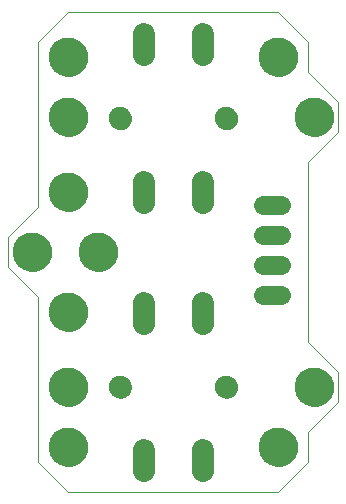
<source format=gts>
G75*
%MOIN*%
%OFA0B0*%
%FSLAX25Y25*%
%IPPOS*%
%LPD*%
%AMOC8*
5,1,8,0,0,1.08239X$1,22.5*
%
%ADD10C,0.00000*%
%ADD11C,0.12998*%
%ADD12C,0.07450*%
%ADD13C,0.07500*%
%ADD14C,0.06400*%
D10*
X0097595Y0028933D02*
X0107595Y0018933D01*
X0177595Y0018933D01*
X0187595Y0028933D01*
X0187595Y0038933D01*
X0197595Y0048933D01*
X0197595Y0058933D01*
X0187595Y0068933D01*
X0187595Y0128933D01*
X0197595Y0138933D01*
X0197595Y0148933D01*
X0187595Y0158933D01*
X0187595Y0168933D01*
X0177595Y0178933D01*
X0107556Y0178894D01*
X0097595Y0168894D01*
X0097595Y0113933D01*
X0087595Y0103933D01*
X0087595Y0093933D01*
X0097595Y0083933D01*
X0097595Y0028933D01*
X0101296Y0033933D02*
X0101298Y0034091D01*
X0101304Y0034249D01*
X0101314Y0034407D01*
X0101328Y0034565D01*
X0101346Y0034722D01*
X0101367Y0034879D01*
X0101393Y0035035D01*
X0101423Y0035191D01*
X0101456Y0035346D01*
X0101494Y0035499D01*
X0101535Y0035652D01*
X0101580Y0035804D01*
X0101629Y0035955D01*
X0101682Y0036104D01*
X0101738Y0036252D01*
X0101798Y0036398D01*
X0101862Y0036543D01*
X0101930Y0036686D01*
X0102001Y0036828D01*
X0102075Y0036968D01*
X0102153Y0037105D01*
X0102235Y0037241D01*
X0102319Y0037375D01*
X0102408Y0037506D01*
X0102499Y0037635D01*
X0102594Y0037762D01*
X0102691Y0037887D01*
X0102792Y0038009D01*
X0102896Y0038128D01*
X0103003Y0038245D01*
X0103113Y0038359D01*
X0103226Y0038470D01*
X0103341Y0038579D01*
X0103459Y0038684D01*
X0103580Y0038786D01*
X0103703Y0038886D01*
X0103829Y0038982D01*
X0103957Y0039075D01*
X0104087Y0039165D01*
X0104220Y0039251D01*
X0104355Y0039335D01*
X0104491Y0039414D01*
X0104630Y0039491D01*
X0104771Y0039563D01*
X0104913Y0039633D01*
X0105057Y0039698D01*
X0105203Y0039760D01*
X0105350Y0039818D01*
X0105499Y0039873D01*
X0105649Y0039924D01*
X0105800Y0039971D01*
X0105952Y0040014D01*
X0106105Y0040053D01*
X0106260Y0040089D01*
X0106415Y0040120D01*
X0106571Y0040148D01*
X0106727Y0040172D01*
X0106884Y0040192D01*
X0107042Y0040208D01*
X0107199Y0040220D01*
X0107358Y0040228D01*
X0107516Y0040232D01*
X0107674Y0040232D01*
X0107832Y0040228D01*
X0107991Y0040220D01*
X0108148Y0040208D01*
X0108306Y0040192D01*
X0108463Y0040172D01*
X0108619Y0040148D01*
X0108775Y0040120D01*
X0108930Y0040089D01*
X0109085Y0040053D01*
X0109238Y0040014D01*
X0109390Y0039971D01*
X0109541Y0039924D01*
X0109691Y0039873D01*
X0109840Y0039818D01*
X0109987Y0039760D01*
X0110133Y0039698D01*
X0110277Y0039633D01*
X0110419Y0039563D01*
X0110560Y0039491D01*
X0110699Y0039414D01*
X0110835Y0039335D01*
X0110970Y0039251D01*
X0111103Y0039165D01*
X0111233Y0039075D01*
X0111361Y0038982D01*
X0111487Y0038886D01*
X0111610Y0038786D01*
X0111731Y0038684D01*
X0111849Y0038579D01*
X0111964Y0038470D01*
X0112077Y0038359D01*
X0112187Y0038245D01*
X0112294Y0038128D01*
X0112398Y0038009D01*
X0112499Y0037887D01*
X0112596Y0037762D01*
X0112691Y0037635D01*
X0112782Y0037506D01*
X0112871Y0037375D01*
X0112955Y0037241D01*
X0113037Y0037105D01*
X0113115Y0036968D01*
X0113189Y0036828D01*
X0113260Y0036686D01*
X0113328Y0036543D01*
X0113392Y0036398D01*
X0113452Y0036252D01*
X0113508Y0036104D01*
X0113561Y0035955D01*
X0113610Y0035804D01*
X0113655Y0035652D01*
X0113696Y0035499D01*
X0113734Y0035346D01*
X0113767Y0035191D01*
X0113797Y0035035D01*
X0113823Y0034879D01*
X0113844Y0034722D01*
X0113862Y0034565D01*
X0113876Y0034407D01*
X0113886Y0034249D01*
X0113892Y0034091D01*
X0113894Y0033933D01*
X0113892Y0033775D01*
X0113886Y0033617D01*
X0113876Y0033459D01*
X0113862Y0033301D01*
X0113844Y0033144D01*
X0113823Y0032987D01*
X0113797Y0032831D01*
X0113767Y0032675D01*
X0113734Y0032520D01*
X0113696Y0032367D01*
X0113655Y0032214D01*
X0113610Y0032062D01*
X0113561Y0031911D01*
X0113508Y0031762D01*
X0113452Y0031614D01*
X0113392Y0031468D01*
X0113328Y0031323D01*
X0113260Y0031180D01*
X0113189Y0031038D01*
X0113115Y0030898D01*
X0113037Y0030761D01*
X0112955Y0030625D01*
X0112871Y0030491D01*
X0112782Y0030360D01*
X0112691Y0030231D01*
X0112596Y0030104D01*
X0112499Y0029979D01*
X0112398Y0029857D01*
X0112294Y0029738D01*
X0112187Y0029621D01*
X0112077Y0029507D01*
X0111964Y0029396D01*
X0111849Y0029287D01*
X0111731Y0029182D01*
X0111610Y0029080D01*
X0111487Y0028980D01*
X0111361Y0028884D01*
X0111233Y0028791D01*
X0111103Y0028701D01*
X0110970Y0028615D01*
X0110835Y0028531D01*
X0110699Y0028452D01*
X0110560Y0028375D01*
X0110419Y0028303D01*
X0110277Y0028233D01*
X0110133Y0028168D01*
X0109987Y0028106D01*
X0109840Y0028048D01*
X0109691Y0027993D01*
X0109541Y0027942D01*
X0109390Y0027895D01*
X0109238Y0027852D01*
X0109085Y0027813D01*
X0108930Y0027777D01*
X0108775Y0027746D01*
X0108619Y0027718D01*
X0108463Y0027694D01*
X0108306Y0027674D01*
X0108148Y0027658D01*
X0107991Y0027646D01*
X0107832Y0027638D01*
X0107674Y0027634D01*
X0107516Y0027634D01*
X0107358Y0027638D01*
X0107199Y0027646D01*
X0107042Y0027658D01*
X0106884Y0027674D01*
X0106727Y0027694D01*
X0106571Y0027718D01*
X0106415Y0027746D01*
X0106260Y0027777D01*
X0106105Y0027813D01*
X0105952Y0027852D01*
X0105800Y0027895D01*
X0105649Y0027942D01*
X0105499Y0027993D01*
X0105350Y0028048D01*
X0105203Y0028106D01*
X0105057Y0028168D01*
X0104913Y0028233D01*
X0104771Y0028303D01*
X0104630Y0028375D01*
X0104491Y0028452D01*
X0104355Y0028531D01*
X0104220Y0028615D01*
X0104087Y0028701D01*
X0103957Y0028791D01*
X0103829Y0028884D01*
X0103703Y0028980D01*
X0103580Y0029080D01*
X0103459Y0029182D01*
X0103341Y0029287D01*
X0103226Y0029396D01*
X0103113Y0029507D01*
X0103003Y0029621D01*
X0102896Y0029738D01*
X0102792Y0029857D01*
X0102691Y0029979D01*
X0102594Y0030104D01*
X0102499Y0030231D01*
X0102408Y0030360D01*
X0102319Y0030491D01*
X0102235Y0030625D01*
X0102153Y0030761D01*
X0102075Y0030898D01*
X0102001Y0031038D01*
X0101930Y0031180D01*
X0101862Y0031323D01*
X0101798Y0031468D01*
X0101738Y0031614D01*
X0101682Y0031762D01*
X0101629Y0031911D01*
X0101580Y0032062D01*
X0101535Y0032214D01*
X0101494Y0032367D01*
X0101456Y0032520D01*
X0101423Y0032675D01*
X0101393Y0032831D01*
X0101367Y0032987D01*
X0101346Y0033144D01*
X0101328Y0033301D01*
X0101314Y0033459D01*
X0101304Y0033617D01*
X0101298Y0033775D01*
X0101296Y0033933D01*
X0101296Y0053933D02*
X0101298Y0054091D01*
X0101304Y0054249D01*
X0101314Y0054407D01*
X0101328Y0054565D01*
X0101346Y0054722D01*
X0101367Y0054879D01*
X0101393Y0055035D01*
X0101423Y0055191D01*
X0101456Y0055346D01*
X0101494Y0055499D01*
X0101535Y0055652D01*
X0101580Y0055804D01*
X0101629Y0055955D01*
X0101682Y0056104D01*
X0101738Y0056252D01*
X0101798Y0056398D01*
X0101862Y0056543D01*
X0101930Y0056686D01*
X0102001Y0056828D01*
X0102075Y0056968D01*
X0102153Y0057105D01*
X0102235Y0057241D01*
X0102319Y0057375D01*
X0102408Y0057506D01*
X0102499Y0057635D01*
X0102594Y0057762D01*
X0102691Y0057887D01*
X0102792Y0058009D01*
X0102896Y0058128D01*
X0103003Y0058245D01*
X0103113Y0058359D01*
X0103226Y0058470D01*
X0103341Y0058579D01*
X0103459Y0058684D01*
X0103580Y0058786D01*
X0103703Y0058886D01*
X0103829Y0058982D01*
X0103957Y0059075D01*
X0104087Y0059165D01*
X0104220Y0059251D01*
X0104355Y0059335D01*
X0104491Y0059414D01*
X0104630Y0059491D01*
X0104771Y0059563D01*
X0104913Y0059633D01*
X0105057Y0059698D01*
X0105203Y0059760D01*
X0105350Y0059818D01*
X0105499Y0059873D01*
X0105649Y0059924D01*
X0105800Y0059971D01*
X0105952Y0060014D01*
X0106105Y0060053D01*
X0106260Y0060089D01*
X0106415Y0060120D01*
X0106571Y0060148D01*
X0106727Y0060172D01*
X0106884Y0060192D01*
X0107042Y0060208D01*
X0107199Y0060220D01*
X0107358Y0060228D01*
X0107516Y0060232D01*
X0107674Y0060232D01*
X0107832Y0060228D01*
X0107991Y0060220D01*
X0108148Y0060208D01*
X0108306Y0060192D01*
X0108463Y0060172D01*
X0108619Y0060148D01*
X0108775Y0060120D01*
X0108930Y0060089D01*
X0109085Y0060053D01*
X0109238Y0060014D01*
X0109390Y0059971D01*
X0109541Y0059924D01*
X0109691Y0059873D01*
X0109840Y0059818D01*
X0109987Y0059760D01*
X0110133Y0059698D01*
X0110277Y0059633D01*
X0110419Y0059563D01*
X0110560Y0059491D01*
X0110699Y0059414D01*
X0110835Y0059335D01*
X0110970Y0059251D01*
X0111103Y0059165D01*
X0111233Y0059075D01*
X0111361Y0058982D01*
X0111487Y0058886D01*
X0111610Y0058786D01*
X0111731Y0058684D01*
X0111849Y0058579D01*
X0111964Y0058470D01*
X0112077Y0058359D01*
X0112187Y0058245D01*
X0112294Y0058128D01*
X0112398Y0058009D01*
X0112499Y0057887D01*
X0112596Y0057762D01*
X0112691Y0057635D01*
X0112782Y0057506D01*
X0112871Y0057375D01*
X0112955Y0057241D01*
X0113037Y0057105D01*
X0113115Y0056968D01*
X0113189Y0056828D01*
X0113260Y0056686D01*
X0113328Y0056543D01*
X0113392Y0056398D01*
X0113452Y0056252D01*
X0113508Y0056104D01*
X0113561Y0055955D01*
X0113610Y0055804D01*
X0113655Y0055652D01*
X0113696Y0055499D01*
X0113734Y0055346D01*
X0113767Y0055191D01*
X0113797Y0055035D01*
X0113823Y0054879D01*
X0113844Y0054722D01*
X0113862Y0054565D01*
X0113876Y0054407D01*
X0113886Y0054249D01*
X0113892Y0054091D01*
X0113894Y0053933D01*
X0113892Y0053775D01*
X0113886Y0053617D01*
X0113876Y0053459D01*
X0113862Y0053301D01*
X0113844Y0053144D01*
X0113823Y0052987D01*
X0113797Y0052831D01*
X0113767Y0052675D01*
X0113734Y0052520D01*
X0113696Y0052367D01*
X0113655Y0052214D01*
X0113610Y0052062D01*
X0113561Y0051911D01*
X0113508Y0051762D01*
X0113452Y0051614D01*
X0113392Y0051468D01*
X0113328Y0051323D01*
X0113260Y0051180D01*
X0113189Y0051038D01*
X0113115Y0050898D01*
X0113037Y0050761D01*
X0112955Y0050625D01*
X0112871Y0050491D01*
X0112782Y0050360D01*
X0112691Y0050231D01*
X0112596Y0050104D01*
X0112499Y0049979D01*
X0112398Y0049857D01*
X0112294Y0049738D01*
X0112187Y0049621D01*
X0112077Y0049507D01*
X0111964Y0049396D01*
X0111849Y0049287D01*
X0111731Y0049182D01*
X0111610Y0049080D01*
X0111487Y0048980D01*
X0111361Y0048884D01*
X0111233Y0048791D01*
X0111103Y0048701D01*
X0110970Y0048615D01*
X0110835Y0048531D01*
X0110699Y0048452D01*
X0110560Y0048375D01*
X0110419Y0048303D01*
X0110277Y0048233D01*
X0110133Y0048168D01*
X0109987Y0048106D01*
X0109840Y0048048D01*
X0109691Y0047993D01*
X0109541Y0047942D01*
X0109390Y0047895D01*
X0109238Y0047852D01*
X0109085Y0047813D01*
X0108930Y0047777D01*
X0108775Y0047746D01*
X0108619Y0047718D01*
X0108463Y0047694D01*
X0108306Y0047674D01*
X0108148Y0047658D01*
X0107991Y0047646D01*
X0107832Y0047638D01*
X0107674Y0047634D01*
X0107516Y0047634D01*
X0107358Y0047638D01*
X0107199Y0047646D01*
X0107042Y0047658D01*
X0106884Y0047674D01*
X0106727Y0047694D01*
X0106571Y0047718D01*
X0106415Y0047746D01*
X0106260Y0047777D01*
X0106105Y0047813D01*
X0105952Y0047852D01*
X0105800Y0047895D01*
X0105649Y0047942D01*
X0105499Y0047993D01*
X0105350Y0048048D01*
X0105203Y0048106D01*
X0105057Y0048168D01*
X0104913Y0048233D01*
X0104771Y0048303D01*
X0104630Y0048375D01*
X0104491Y0048452D01*
X0104355Y0048531D01*
X0104220Y0048615D01*
X0104087Y0048701D01*
X0103957Y0048791D01*
X0103829Y0048884D01*
X0103703Y0048980D01*
X0103580Y0049080D01*
X0103459Y0049182D01*
X0103341Y0049287D01*
X0103226Y0049396D01*
X0103113Y0049507D01*
X0103003Y0049621D01*
X0102896Y0049738D01*
X0102792Y0049857D01*
X0102691Y0049979D01*
X0102594Y0050104D01*
X0102499Y0050231D01*
X0102408Y0050360D01*
X0102319Y0050491D01*
X0102235Y0050625D01*
X0102153Y0050761D01*
X0102075Y0050898D01*
X0102001Y0051038D01*
X0101930Y0051180D01*
X0101862Y0051323D01*
X0101798Y0051468D01*
X0101738Y0051614D01*
X0101682Y0051762D01*
X0101629Y0051911D01*
X0101580Y0052062D01*
X0101535Y0052214D01*
X0101494Y0052367D01*
X0101456Y0052520D01*
X0101423Y0052675D01*
X0101393Y0052831D01*
X0101367Y0052987D01*
X0101346Y0053144D01*
X0101328Y0053301D01*
X0101314Y0053459D01*
X0101304Y0053617D01*
X0101298Y0053775D01*
X0101296Y0053933D01*
X0121345Y0053933D02*
X0121347Y0054052D01*
X0121353Y0054170D01*
X0121363Y0054288D01*
X0121377Y0054406D01*
X0121394Y0054523D01*
X0121416Y0054640D01*
X0121442Y0054756D01*
X0121471Y0054871D01*
X0121504Y0054985D01*
X0121541Y0055097D01*
X0121582Y0055209D01*
X0121627Y0055319D01*
X0121675Y0055427D01*
X0121727Y0055534D01*
X0121782Y0055639D01*
X0121841Y0055742D01*
X0121903Y0055843D01*
X0121968Y0055942D01*
X0122037Y0056039D01*
X0122109Y0056133D01*
X0122184Y0056225D01*
X0122262Y0056314D01*
X0122343Y0056401D01*
X0122427Y0056485D01*
X0122514Y0056566D01*
X0122603Y0056644D01*
X0122695Y0056719D01*
X0122789Y0056791D01*
X0122886Y0056860D01*
X0122985Y0056925D01*
X0123086Y0056987D01*
X0123189Y0057046D01*
X0123294Y0057101D01*
X0123401Y0057153D01*
X0123509Y0057201D01*
X0123619Y0057246D01*
X0123731Y0057287D01*
X0123843Y0057324D01*
X0123957Y0057357D01*
X0124072Y0057386D01*
X0124188Y0057412D01*
X0124305Y0057434D01*
X0124422Y0057451D01*
X0124540Y0057465D01*
X0124658Y0057475D01*
X0124776Y0057481D01*
X0124895Y0057483D01*
X0125014Y0057481D01*
X0125132Y0057475D01*
X0125250Y0057465D01*
X0125368Y0057451D01*
X0125485Y0057434D01*
X0125602Y0057412D01*
X0125718Y0057386D01*
X0125833Y0057357D01*
X0125947Y0057324D01*
X0126059Y0057287D01*
X0126171Y0057246D01*
X0126281Y0057201D01*
X0126389Y0057153D01*
X0126496Y0057101D01*
X0126601Y0057046D01*
X0126704Y0056987D01*
X0126805Y0056925D01*
X0126904Y0056860D01*
X0127001Y0056791D01*
X0127095Y0056719D01*
X0127187Y0056644D01*
X0127276Y0056566D01*
X0127363Y0056485D01*
X0127447Y0056401D01*
X0127528Y0056314D01*
X0127606Y0056225D01*
X0127681Y0056133D01*
X0127753Y0056039D01*
X0127822Y0055942D01*
X0127887Y0055843D01*
X0127949Y0055742D01*
X0128008Y0055639D01*
X0128063Y0055534D01*
X0128115Y0055427D01*
X0128163Y0055319D01*
X0128208Y0055209D01*
X0128249Y0055097D01*
X0128286Y0054985D01*
X0128319Y0054871D01*
X0128348Y0054756D01*
X0128374Y0054640D01*
X0128396Y0054523D01*
X0128413Y0054406D01*
X0128427Y0054288D01*
X0128437Y0054170D01*
X0128443Y0054052D01*
X0128445Y0053933D01*
X0128443Y0053814D01*
X0128437Y0053696D01*
X0128427Y0053578D01*
X0128413Y0053460D01*
X0128396Y0053343D01*
X0128374Y0053226D01*
X0128348Y0053110D01*
X0128319Y0052995D01*
X0128286Y0052881D01*
X0128249Y0052769D01*
X0128208Y0052657D01*
X0128163Y0052547D01*
X0128115Y0052439D01*
X0128063Y0052332D01*
X0128008Y0052227D01*
X0127949Y0052124D01*
X0127887Y0052023D01*
X0127822Y0051924D01*
X0127753Y0051827D01*
X0127681Y0051733D01*
X0127606Y0051641D01*
X0127528Y0051552D01*
X0127447Y0051465D01*
X0127363Y0051381D01*
X0127276Y0051300D01*
X0127187Y0051222D01*
X0127095Y0051147D01*
X0127001Y0051075D01*
X0126904Y0051006D01*
X0126805Y0050941D01*
X0126704Y0050879D01*
X0126601Y0050820D01*
X0126496Y0050765D01*
X0126389Y0050713D01*
X0126281Y0050665D01*
X0126171Y0050620D01*
X0126059Y0050579D01*
X0125947Y0050542D01*
X0125833Y0050509D01*
X0125718Y0050480D01*
X0125602Y0050454D01*
X0125485Y0050432D01*
X0125368Y0050415D01*
X0125250Y0050401D01*
X0125132Y0050391D01*
X0125014Y0050385D01*
X0124895Y0050383D01*
X0124776Y0050385D01*
X0124658Y0050391D01*
X0124540Y0050401D01*
X0124422Y0050415D01*
X0124305Y0050432D01*
X0124188Y0050454D01*
X0124072Y0050480D01*
X0123957Y0050509D01*
X0123843Y0050542D01*
X0123731Y0050579D01*
X0123619Y0050620D01*
X0123509Y0050665D01*
X0123401Y0050713D01*
X0123294Y0050765D01*
X0123189Y0050820D01*
X0123086Y0050879D01*
X0122985Y0050941D01*
X0122886Y0051006D01*
X0122789Y0051075D01*
X0122695Y0051147D01*
X0122603Y0051222D01*
X0122514Y0051300D01*
X0122427Y0051381D01*
X0122343Y0051465D01*
X0122262Y0051552D01*
X0122184Y0051641D01*
X0122109Y0051733D01*
X0122037Y0051827D01*
X0121968Y0051924D01*
X0121903Y0052023D01*
X0121841Y0052124D01*
X0121782Y0052227D01*
X0121727Y0052332D01*
X0121675Y0052439D01*
X0121627Y0052547D01*
X0121582Y0052657D01*
X0121541Y0052769D01*
X0121504Y0052881D01*
X0121471Y0052995D01*
X0121442Y0053110D01*
X0121416Y0053226D01*
X0121394Y0053343D01*
X0121377Y0053460D01*
X0121363Y0053578D01*
X0121353Y0053696D01*
X0121347Y0053814D01*
X0121345Y0053933D01*
X0101296Y0078933D02*
X0101298Y0079091D01*
X0101304Y0079249D01*
X0101314Y0079407D01*
X0101328Y0079565D01*
X0101346Y0079722D01*
X0101367Y0079879D01*
X0101393Y0080035D01*
X0101423Y0080191D01*
X0101456Y0080346D01*
X0101494Y0080499D01*
X0101535Y0080652D01*
X0101580Y0080804D01*
X0101629Y0080955D01*
X0101682Y0081104D01*
X0101738Y0081252D01*
X0101798Y0081398D01*
X0101862Y0081543D01*
X0101930Y0081686D01*
X0102001Y0081828D01*
X0102075Y0081968D01*
X0102153Y0082105D01*
X0102235Y0082241D01*
X0102319Y0082375D01*
X0102408Y0082506D01*
X0102499Y0082635D01*
X0102594Y0082762D01*
X0102691Y0082887D01*
X0102792Y0083009D01*
X0102896Y0083128D01*
X0103003Y0083245D01*
X0103113Y0083359D01*
X0103226Y0083470D01*
X0103341Y0083579D01*
X0103459Y0083684D01*
X0103580Y0083786D01*
X0103703Y0083886D01*
X0103829Y0083982D01*
X0103957Y0084075D01*
X0104087Y0084165D01*
X0104220Y0084251D01*
X0104355Y0084335D01*
X0104491Y0084414D01*
X0104630Y0084491D01*
X0104771Y0084563D01*
X0104913Y0084633D01*
X0105057Y0084698D01*
X0105203Y0084760D01*
X0105350Y0084818D01*
X0105499Y0084873D01*
X0105649Y0084924D01*
X0105800Y0084971D01*
X0105952Y0085014D01*
X0106105Y0085053D01*
X0106260Y0085089D01*
X0106415Y0085120D01*
X0106571Y0085148D01*
X0106727Y0085172D01*
X0106884Y0085192D01*
X0107042Y0085208D01*
X0107199Y0085220D01*
X0107358Y0085228D01*
X0107516Y0085232D01*
X0107674Y0085232D01*
X0107832Y0085228D01*
X0107991Y0085220D01*
X0108148Y0085208D01*
X0108306Y0085192D01*
X0108463Y0085172D01*
X0108619Y0085148D01*
X0108775Y0085120D01*
X0108930Y0085089D01*
X0109085Y0085053D01*
X0109238Y0085014D01*
X0109390Y0084971D01*
X0109541Y0084924D01*
X0109691Y0084873D01*
X0109840Y0084818D01*
X0109987Y0084760D01*
X0110133Y0084698D01*
X0110277Y0084633D01*
X0110419Y0084563D01*
X0110560Y0084491D01*
X0110699Y0084414D01*
X0110835Y0084335D01*
X0110970Y0084251D01*
X0111103Y0084165D01*
X0111233Y0084075D01*
X0111361Y0083982D01*
X0111487Y0083886D01*
X0111610Y0083786D01*
X0111731Y0083684D01*
X0111849Y0083579D01*
X0111964Y0083470D01*
X0112077Y0083359D01*
X0112187Y0083245D01*
X0112294Y0083128D01*
X0112398Y0083009D01*
X0112499Y0082887D01*
X0112596Y0082762D01*
X0112691Y0082635D01*
X0112782Y0082506D01*
X0112871Y0082375D01*
X0112955Y0082241D01*
X0113037Y0082105D01*
X0113115Y0081968D01*
X0113189Y0081828D01*
X0113260Y0081686D01*
X0113328Y0081543D01*
X0113392Y0081398D01*
X0113452Y0081252D01*
X0113508Y0081104D01*
X0113561Y0080955D01*
X0113610Y0080804D01*
X0113655Y0080652D01*
X0113696Y0080499D01*
X0113734Y0080346D01*
X0113767Y0080191D01*
X0113797Y0080035D01*
X0113823Y0079879D01*
X0113844Y0079722D01*
X0113862Y0079565D01*
X0113876Y0079407D01*
X0113886Y0079249D01*
X0113892Y0079091D01*
X0113894Y0078933D01*
X0113892Y0078775D01*
X0113886Y0078617D01*
X0113876Y0078459D01*
X0113862Y0078301D01*
X0113844Y0078144D01*
X0113823Y0077987D01*
X0113797Y0077831D01*
X0113767Y0077675D01*
X0113734Y0077520D01*
X0113696Y0077367D01*
X0113655Y0077214D01*
X0113610Y0077062D01*
X0113561Y0076911D01*
X0113508Y0076762D01*
X0113452Y0076614D01*
X0113392Y0076468D01*
X0113328Y0076323D01*
X0113260Y0076180D01*
X0113189Y0076038D01*
X0113115Y0075898D01*
X0113037Y0075761D01*
X0112955Y0075625D01*
X0112871Y0075491D01*
X0112782Y0075360D01*
X0112691Y0075231D01*
X0112596Y0075104D01*
X0112499Y0074979D01*
X0112398Y0074857D01*
X0112294Y0074738D01*
X0112187Y0074621D01*
X0112077Y0074507D01*
X0111964Y0074396D01*
X0111849Y0074287D01*
X0111731Y0074182D01*
X0111610Y0074080D01*
X0111487Y0073980D01*
X0111361Y0073884D01*
X0111233Y0073791D01*
X0111103Y0073701D01*
X0110970Y0073615D01*
X0110835Y0073531D01*
X0110699Y0073452D01*
X0110560Y0073375D01*
X0110419Y0073303D01*
X0110277Y0073233D01*
X0110133Y0073168D01*
X0109987Y0073106D01*
X0109840Y0073048D01*
X0109691Y0072993D01*
X0109541Y0072942D01*
X0109390Y0072895D01*
X0109238Y0072852D01*
X0109085Y0072813D01*
X0108930Y0072777D01*
X0108775Y0072746D01*
X0108619Y0072718D01*
X0108463Y0072694D01*
X0108306Y0072674D01*
X0108148Y0072658D01*
X0107991Y0072646D01*
X0107832Y0072638D01*
X0107674Y0072634D01*
X0107516Y0072634D01*
X0107358Y0072638D01*
X0107199Y0072646D01*
X0107042Y0072658D01*
X0106884Y0072674D01*
X0106727Y0072694D01*
X0106571Y0072718D01*
X0106415Y0072746D01*
X0106260Y0072777D01*
X0106105Y0072813D01*
X0105952Y0072852D01*
X0105800Y0072895D01*
X0105649Y0072942D01*
X0105499Y0072993D01*
X0105350Y0073048D01*
X0105203Y0073106D01*
X0105057Y0073168D01*
X0104913Y0073233D01*
X0104771Y0073303D01*
X0104630Y0073375D01*
X0104491Y0073452D01*
X0104355Y0073531D01*
X0104220Y0073615D01*
X0104087Y0073701D01*
X0103957Y0073791D01*
X0103829Y0073884D01*
X0103703Y0073980D01*
X0103580Y0074080D01*
X0103459Y0074182D01*
X0103341Y0074287D01*
X0103226Y0074396D01*
X0103113Y0074507D01*
X0103003Y0074621D01*
X0102896Y0074738D01*
X0102792Y0074857D01*
X0102691Y0074979D01*
X0102594Y0075104D01*
X0102499Y0075231D01*
X0102408Y0075360D01*
X0102319Y0075491D01*
X0102235Y0075625D01*
X0102153Y0075761D01*
X0102075Y0075898D01*
X0102001Y0076038D01*
X0101930Y0076180D01*
X0101862Y0076323D01*
X0101798Y0076468D01*
X0101738Y0076614D01*
X0101682Y0076762D01*
X0101629Y0076911D01*
X0101580Y0077062D01*
X0101535Y0077214D01*
X0101494Y0077367D01*
X0101456Y0077520D01*
X0101423Y0077675D01*
X0101393Y0077831D01*
X0101367Y0077987D01*
X0101346Y0078144D01*
X0101328Y0078301D01*
X0101314Y0078459D01*
X0101304Y0078617D01*
X0101298Y0078775D01*
X0101296Y0078933D01*
X0089296Y0098933D02*
X0089298Y0099091D01*
X0089304Y0099249D01*
X0089314Y0099407D01*
X0089328Y0099565D01*
X0089346Y0099722D01*
X0089367Y0099879D01*
X0089393Y0100035D01*
X0089423Y0100191D01*
X0089456Y0100346D01*
X0089494Y0100499D01*
X0089535Y0100652D01*
X0089580Y0100804D01*
X0089629Y0100955D01*
X0089682Y0101104D01*
X0089738Y0101252D01*
X0089798Y0101398D01*
X0089862Y0101543D01*
X0089930Y0101686D01*
X0090001Y0101828D01*
X0090075Y0101968D01*
X0090153Y0102105D01*
X0090235Y0102241D01*
X0090319Y0102375D01*
X0090408Y0102506D01*
X0090499Y0102635D01*
X0090594Y0102762D01*
X0090691Y0102887D01*
X0090792Y0103009D01*
X0090896Y0103128D01*
X0091003Y0103245D01*
X0091113Y0103359D01*
X0091226Y0103470D01*
X0091341Y0103579D01*
X0091459Y0103684D01*
X0091580Y0103786D01*
X0091703Y0103886D01*
X0091829Y0103982D01*
X0091957Y0104075D01*
X0092087Y0104165D01*
X0092220Y0104251D01*
X0092355Y0104335D01*
X0092491Y0104414D01*
X0092630Y0104491D01*
X0092771Y0104563D01*
X0092913Y0104633D01*
X0093057Y0104698D01*
X0093203Y0104760D01*
X0093350Y0104818D01*
X0093499Y0104873D01*
X0093649Y0104924D01*
X0093800Y0104971D01*
X0093952Y0105014D01*
X0094105Y0105053D01*
X0094260Y0105089D01*
X0094415Y0105120D01*
X0094571Y0105148D01*
X0094727Y0105172D01*
X0094884Y0105192D01*
X0095042Y0105208D01*
X0095199Y0105220D01*
X0095358Y0105228D01*
X0095516Y0105232D01*
X0095674Y0105232D01*
X0095832Y0105228D01*
X0095991Y0105220D01*
X0096148Y0105208D01*
X0096306Y0105192D01*
X0096463Y0105172D01*
X0096619Y0105148D01*
X0096775Y0105120D01*
X0096930Y0105089D01*
X0097085Y0105053D01*
X0097238Y0105014D01*
X0097390Y0104971D01*
X0097541Y0104924D01*
X0097691Y0104873D01*
X0097840Y0104818D01*
X0097987Y0104760D01*
X0098133Y0104698D01*
X0098277Y0104633D01*
X0098419Y0104563D01*
X0098560Y0104491D01*
X0098699Y0104414D01*
X0098835Y0104335D01*
X0098970Y0104251D01*
X0099103Y0104165D01*
X0099233Y0104075D01*
X0099361Y0103982D01*
X0099487Y0103886D01*
X0099610Y0103786D01*
X0099731Y0103684D01*
X0099849Y0103579D01*
X0099964Y0103470D01*
X0100077Y0103359D01*
X0100187Y0103245D01*
X0100294Y0103128D01*
X0100398Y0103009D01*
X0100499Y0102887D01*
X0100596Y0102762D01*
X0100691Y0102635D01*
X0100782Y0102506D01*
X0100871Y0102375D01*
X0100955Y0102241D01*
X0101037Y0102105D01*
X0101115Y0101968D01*
X0101189Y0101828D01*
X0101260Y0101686D01*
X0101328Y0101543D01*
X0101392Y0101398D01*
X0101452Y0101252D01*
X0101508Y0101104D01*
X0101561Y0100955D01*
X0101610Y0100804D01*
X0101655Y0100652D01*
X0101696Y0100499D01*
X0101734Y0100346D01*
X0101767Y0100191D01*
X0101797Y0100035D01*
X0101823Y0099879D01*
X0101844Y0099722D01*
X0101862Y0099565D01*
X0101876Y0099407D01*
X0101886Y0099249D01*
X0101892Y0099091D01*
X0101894Y0098933D01*
X0101892Y0098775D01*
X0101886Y0098617D01*
X0101876Y0098459D01*
X0101862Y0098301D01*
X0101844Y0098144D01*
X0101823Y0097987D01*
X0101797Y0097831D01*
X0101767Y0097675D01*
X0101734Y0097520D01*
X0101696Y0097367D01*
X0101655Y0097214D01*
X0101610Y0097062D01*
X0101561Y0096911D01*
X0101508Y0096762D01*
X0101452Y0096614D01*
X0101392Y0096468D01*
X0101328Y0096323D01*
X0101260Y0096180D01*
X0101189Y0096038D01*
X0101115Y0095898D01*
X0101037Y0095761D01*
X0100955Y0095625D01*
X0100871Y0095491D01*
X0100782Y0095360D01*
X0100691Y0095231D01*
X0100596Y0095104D01*
X0100499Y0094979D01*
X0100398Y0094857D01*
X0100294Y0094738D01*
X0100187Y0094621D01*
X0100077Y0094507D01*
X0099964Y0094396D01*
X0099849Y0094287D01*
X0099731Y0094182D01*
X0099610Y0094080D01*
X0099487Y0093980D01*
X0099361Y0093884D01*
X0099233Y0093791D01*
X0099103Y0093701D01*
X0098970Y0093615D01*
X0098835Y0093531D01*
X0098699Y0093452D01*
X0098560Y0093375D01*
X0098419Y0093303D01*
X0098277Y0093233D01*
X0098133Y0093168D01*
X0097987Y0093106D01*
X0097840Y0093048D01*
X0097691Y0092993D01*
X0097541Y0092942D01*
X0097390Y0092895D01*
X0097238Y0092852D01*
X0097085Y0092813D01*
X0096930Y0092777D01*
X0096775Y0092746D01*
X0096619Y0092718D01*
X0096463Y0092694D01*
X0096306Y0092674D01*
X0096148Y0092658D01*
X0095991Y0092646D01*
X0095832Y0092638D01*
X0095674Y0092634D01*
X0095516Y0092634D01*
X0095358Y0092638D01*
X0095199Y0092646D01*
X0095042Y0092658D01*
X0094884Y0092674D01*
X0094727Y0092694D01*
X0094571Y0092718D01*
X0094415Y0092746D01*
X0094260Y0092777D01*
X0094105Y0092813D01*
X0093952Y0092852D01*
X0093800Y0092895D01*
X0093649Y0092942D01*
X0093499Y0092993D01*
X0093350Y0093048D01*
X0093203Y0093106D01*
X0093057Y0093168D01*
X0092913Y0093233D01*
X0092771Y0093303D01*
X0092630Y0093375D01*
X0092491Y0093452D01*
X0092355Y0093531D01*
X0092220Y0093615D01*
X0092087Y0093701D01*
X0091957Y0093791D01*
X0091829Y0093884D01*
X0091703Y0093980D01*
X0091580Y0094080D01*
X0091459Y0094182D01*
X0091341Y0094287D01*
X0091226Y0094396D01*
X0091113Y0094507D01*
X0091003Y0094621D01*
X0090896Y0094738D01*
X0090792Y0094857D01*
X0090691Y0094979D01*
X0090594Y0095104D01*
X0090499Y0095231D01*
X0090408Y0095360D01*
X0090319Y0095491D01*
X0090235Y0095625D01*
X0090153Y0095761D01*
X0090075Y0095898D01*
X0090001Y0096038D01*
X0089930Y0096180D01*
X0089862Y0096323D01*
X0089798Y0096468D01*
X0089738Y0096614D01*
X0089682Y0096762D01*
X0089629Y0096911D01*
X0089580Y0097062D01*
X0089535Y0097214D01*
X0089494Y0097367D01*
X0089456Y0097520D01*
X0089423Y0097675D01*
X0089393Y0097831D01*
X0089367Y0097987D01*
X0089346Y0098144D01*
X0089328Y0098301D01*
X0089314Y0098459D01*
X0089304Y0098617D01*
X0089298Y0098775D01*
X0089296Y0098933D01*
X0101296Y0118933D02*
X0101298Y0119091D01*
X0101304Y0119249D01*
X0101314Y0119407D01*
X0101328Y0119565D01*
X0101346Y0119722D01*
X0101367Y0119879D01*
X0101393Y0120035D01*
X0101423Y0120191D01*
X0101456Y0120346D01*
X0101494Y0120499D01*
X0101535Y0120652D01*
X0101580Y0120804D01*
X0101629Y0120955D01*
X0101682Y0121104D01*
X0101738Y0121252D01*
X0101798Y0121398D01*
X0101862Y0121543D01*
X0101930Y0121686D01*
X0102001Y0121828D01*
X0102075Y0121968D01*
X0102153Y0122105D01*
X0102235Y0122241D01*
X0102319Y0122375D01*
X0102408Y0122506D01*
X0102499Y0122635D01*
X0102594Y0122762D01*
X0102691Y0122887D01*
X0102792Y0123009D01*
X0102896Y0123128D01*
X0103003Y0123245D01*
X0103113Y0123359D01*
X0103226Y0123470D01*
X0103341Y0123579D01*
X0103459Y0123684D01*
X0103580Y0123786D01*
X0103703Y0123886D01*
X0103829Y0123982D01*
X0103957Y0124075D01*
X0104087Y0124165D01*
X0104220Y0124251D01*
X0104355Y0124335D01*
X0104491Y0124414D01*
X0104630Y0124491D01*
X0104771Y0124563D01*
X0104913Y0124633D01*
X0105057Y0124698D01*
X0105203Y0124760D01*
X0105350Y0124818D01*
X0105499Y0124873D01*
X0105649Y0124924D01*
X0105800Y0124971D01*
X0105952Y0125014D01*
X0106105Y0125053D01*
X0106260Y0125089D01*
X0106415Y0125120D01*
X0106571Y0125148D01*
X0106727Y0125172D01*
X0106884Y0125192D01*
X0107042Y0125208D01*
X0107199Y0125220D01*
X0107358Y0125228D01*
X0107516Y0125232D01*
X0107674Y0125232D01*
X0107832Y0125228D01*
X0107991Y0125220D01*
X0108148Y0125208D01*
X0108306Y0125192D01*
X0108463Y0125172D01*
X0108619Y0125148D01*
X0108775Y0125120D01*
X0108930Y0125089D01*
X0109085Y0125053D01*
X0109238Y0125014D01*
X0109390Y0124971D01*
X0109541Y0124924D01*
X0109691Y0124873D01*
X0109840Y0124818D01*
X0109987Y0124760D01*
X0110133Y0124698D01*
X0110277Y0124633D01*
X0110419Y0124563D01*
X0110560Y0124491D01*
X0110699Y0124414D01*
X0110835Y0124335D01*
X0110970Y0124251D01*
X0111103Y0124165D01*
X0111233Y0124075D01*
X0111361Y0123982D01*
X0111487Y0123886D01*
X0111610Y0123786D01*
X0111731Y0123684D01*
X0111849Y0123579D01*
X0111964Y0123470D01*
X0112077Y0123359D01*
X0112187Y0123245D01*
X0112294Y0123128D01*
X0112398Y0123009D01*
X0112499Y0122887D01*
X0112596Y0122762D01*
X0112691Y0122635D01*
X0112782Y0122506D01*
X0112871Y0122375D01*
X0112955Y0122241D01*
X0113037Y0122105D01*
X0113115Y0121968D01*
X0113189Y0121828D01*
X0113260Y0121686D01*
X0113328Y0121543D01*
X0113392Y0121398D01*
X0113452Y0121252D01*
X0113508Y0121104D01*
X0113561Y0120955D01*
X0113610Y0120804D01*
X0113655Y0120652D01*
X0113696Y0120499D01*
X0113734Y0120346D01*
X0113767Y0120191D01*
X0113797Y0120035D01*
X0113823Y0119879D01*
X0113844Y0119722D01*
X0113862Y0119565D01*
X0113876Y0119407D01*
X0113886Y0119249D01*
X0113892Y0119091D01*
X0113894Y0118933D01*
X0113892Y0118775D01*
X0113886Y0118617D01*
X0113876Y0118459D01*
X0113862Y0118301D01*
X0113844Y0118144D01*
X0113823Y0117987D01*
X0113797Y0117831D01*
X0113767Y0117675D01*
X0113734Y0117520D01*
X0113696Y0117367D01*
X0113655Y0117214D01*
X0113610Y0117062D01*
X0113561Y0116911D01*
X0113508Y0116762D01*
X0113452Y0116614D01*
X0113392Y0116468D01*
X0113328Y0116323D01*
X0113260Y0116180D01*
X0113189Y0116038D01*
X0113115Y0115898D01*
X0113037Y0115761D01*
X0112955Y0115625D01*
X0112871Y0115491D01*
X0112782Y0115360D01*
X0112691Y0115231D01*
X0112596Y0115104D01*
X0112499Y0114979D01*
X0112398Y0114857D01*
X0112294Y0114738D01*
X0112187Y0114621D01*
X0112077Y0114507D01*
X0111964Y0114396D01*
X0111849Y0114287D01*
X0111731Y0114182D01*
X0111610Y0114080D01*
X0111487Y0113980D01*
X0111361Y0113884D01*
X0111233Y0113791D01*
X0111103Y0113701D01*
X0110970Y0113615D01*
X0110835Y0113531D01*
X0110699Y0113452D01*
X0110560Y0113375D01*
X0110419Y0113303D01*
X0110277Y0113233D01*
X0110133Y0113168D01*
X0109987Y0113106D01*
X0109840Y0113048D01*
X0109691Y0112993D01*
X0109541Y0112942D01*
X0109390Y0112895D01*
X0109238Y0112852D01*
X0109085Y0112813D01*
X0108930Y0112777D01*
X0108775Y0112746D01*
X0108619Y0112718D01*
X0108463Y0112694D01*
X0108306Y0112674D01*
X0108148Y0112658D01*
X0107991Y0112646D01*
X0107832Y0112638D01*
X0107674Y0112634D01*
X0107516Y0112634D01*
X0107358Y0112638D01*
X0107199Y0112646D01*
X0107042Y0112658D01*
X0106884Y0112674D01*
X0106727Y0112694D01*
X0106571Y0112718D01*
X0106415Y0112746D01*
X0106260Y0112777D01*
X0106105Y0112813D01*
X0105952Y0112852D01*
X0105800Y0112895D01*
X0105649Y0112942D01*
X0105499Y0112993D01*
X0105350Y0113048D01*
X0105203Y0113106D01*
X0105057Y0113168D01*
X0104913Y0113233D01*
X0104771Y0113303D01*
X0104630Y0113375D01*
X0104491Y0113452D01*
X0104355Y0113531D01*
X0104220Y0113615D01*
X0104087Y0113701D01*
X0103957Y0113791D01*
X0103829Y0113884D01*
X0103703Y0113980D01*
X0103580Y0114080D01*
X0103459Y0114182D01*
X0103341Y0114287D01*
X0103226Y0114396D01*
X0103113Y0114507D01*
X0103003Y0114621D01*
X0102896Y0114738D01*
X0102792Y0114857D01*
X0102691Y0114979D01*
X0102594Y0115104D01*
X0102499Y0115231D01*
X0102408Y0115360D01*
X0102319Y0115491D01*
X0102235Y0115625D01*
X0102153Y0115761D01*
X0102075Y0115898D01*
X0102001Y0116038D01*
X0101930Y0116180D01*
X0101862Y0116323D01*
X0101798Y0116468D01*
X0101738Y0116614D01*
X0101682Y0116762D01*
X0101629Y0116911D01*
X0101580Y0117062D01*
X0101535Y0117214D01*
X0101494Y0117367D01*
X0101456Y0117520D01*
X0101423Y0117675D01*
X0101393Y0117831D01*
X0101367Y0117987D01*
X0101346Y0118144D01*
X0101328Y0118301D01*
X0101314Y0118459D01*
X0101304Y0118617D01*
X0101298Y0118775D01*
X0101296Y0118933D01*
X0111296Y0098933D02*
X0111298Y0099091D01*
X0111304Y0099249D01*
X0111314Y0099407D01*
X0111328Y0099565D01*
X0111346Y0099722D01*
X0111367Y0099879D01*
X0111393Y0100035D01*
X0111423Y0100191D01*
X0111456Y0100346D01*
X0111494Y0100499D01*
X0111535Y0100652D01*
X0111580Y0100804D01*
X0111629Y0100955D01*
X0111682Y0101104D01*
X0111738Y0101252D01*
X0111798Y0101398D01*
X0111862Y0101543D01*
X0111930Y0101686D01*
X0112001Y0101828D01*
X0112075Y0101968D01*
X0112153Y0102105D01*
X0112235Y0102241D01*
X0112319Y0102375D01*
X0112408Y0102506D01*
X0112499Y0102635D01*
X0112594Y0102762D01*
X0112691Y0102887D01*
X0112792Y0103009D01*
X0112896Y0103128D01*
X0113003Y0103245D01*
X0113113Y0103359D01*
X0113226Y0103470D01*
X0113341Y0103579D01*
X0113459Y0103684D01*
X0113580Y0103786D01*
X0113703Y0103886D01*
X0113829Y0103982D01*
X0113957Y0104075D01*
X0114087Y0104165D01*
X0114220Y0104251D01*
X0114355Y0104335D01*
X0114491Y0104414D01*
X0114630Y0104491D01*
X0114771Y0104563D01*
X0114913Y0104633D01*
X0115057Y0104698D01*
X0115203Y0104760D01*
X0115350Y0104818D01*
X0115499Y0104873D01*
X0115649Y0104924D01*
X0115800Y0104971D01*
X0115952Y0105014D01*
X0116105Y0105053D01*
X0116260Y0105089D01*
X0116415Y0105120D01*
X0116571Y0105148D01*
X0116727Y0105172D01*
X0116884Y0105192D01*
X0117042Y0105208D01*
X0117199Y0105220D01*
X0117358Y0105228D01*
X0117516Y0105232D01*
X0117674Y0105232D01*
X0117832Y0105228D01*
X0117991Y0105220D01*
X0118148Y0105208D01*
X0118306Y0105192D01*
X0118463Y0105172D01*
X0118619Y0105148D01*
X0118775Y0105120D01*
X0118930Y0105089D01*
X0119085Y0105053D01*
X0119238Y0105014D01*
X0119390Y0104971D01*
X0119541Y0104924D01*
X0119691Y0104873D01*
X0119840Y0104818D01*
X0119987Y0104760D01*
X0120133Y0104698D01*
X0120277Y0104633D01*
X0120419Y0104563D01*
X0120560Y0104491D01*
X0120699Y0104414D01*
X0120835Y0104335D01*
X0120970Y0104251D01*
X0121103Y0104165D01*
X0121233Y0104075D01*
X0121361Y0103982D01*
X0121487Y0103886D01*
X0121610Y0103786D01*
X0121731Y0103684D01*
X0121849Y0103579D01*
X0121964Y0103470D01*
X0122077Y0103359D01*
X0122187Y0103245D01*
X0122294Y0103128D01*
X0122398Y0103009D01*
X0122499Y0102887D01*
X0122596Y0102762D01*
X0122691Y0102635D01*
X0122782Y0102506D01*
X0122871Y0102375D01*
X0122955Y0102241D01*
X0123037Y0102105D01*
X0123115Y0101968D01*
X0123189Y0101828D01*
X0123260Y0101686D01*
X0123328Y0101543D01*
X0123392Y0101398D01*
X0123452Y0101252D01*
X0123508Y0101104D01*
X0123561Y0100955D01*
X0123610Y0100804D01*
X0123655Y0100652D01*
X0123696Y0100499D01*
X0123734Y0100346D01*
X0123767Y0100191D01*
X0123797Y0100035D01*
X0123823Y0099879D01*
X0123844Y0099722D01*
X0123862Y0099565D01*
X0123876Y0099407D01*
X0123886Y0099249D01*
X0123892Y0099091D01*
X0123894Y0098933D01*
X0123892Y0098775D01*
X0123886Y0098617D01*
X0123876Y0098459D01*
X0123862Y0098301D01*
X0123844Y0098144D01*
X0123823Y0097987D01*
X0123797Y0097831D01*
X0123767Y0097675D01*
X0123734Y0097520D01*
X0123696Y0097367D01*
X0123655Y0097214D01*
X0123610Y0097062D01*
X0123561Y0096911D01*
X0123508Y0096762D01*
X0123452Y0096614D01*
X0123392Y0096468D01*
X0123328Y0096323D01*
X0123260Y0096180D01*
X0123189Y0096038D01*
X0123115Y0095898D01*
X0123037Y0095761D01*
X0122955Y0095625D01*
X0122871Y0095491D01*
X0122782Y0095360D01*
X0122691Y0095231D01*
X0122596Y0095104D01*
X0122499Y0094979D01*
X0122398Y0094857D01*
X0122294Y0094738D01*
X0122187Y0094621D01*
X0122077Y0094507D01*
X0121964Y0094396D01*
X0121849Y0094287D01*
X0121731Y0094182D01*
X0121610Y0094080D01*
X0121487Y0093980D01*
X0121361Y0093884D01*
X0121233Y0093791D01*
X0121103Y0093701D01*
X0120970Y0093615D01*
X0120835Y0093531D01*
X0120699Y0093452D01*
X0120560Y0093375D01*
X0120419Y0093303D01*
X0120277Y0093233D01*
X0120133Y0093168D01*
X0119987Y0093106D01*
X0119840Y0093048D01*
X0119691Y0092993D01*
X0119541Y0092942D01*
X0119390Y0092895D01*
X0119238Y0092852D01*
X0119085Y0092813D01*
X0118930Y0092777D01*
X0118775Y0092746D01*
X0118619Y0092718D01*
X0118463Y0092694D01*
X0118306Y0092674D01*
X0118148Y0092658D01*
X0117991Y0092646D01*
X0117832Y0092638D01*
X0117674Y0092634D01*
X0117516Y0092634D01*
X0117358Y0092638D01*
X0117199Y0092646D01*
X0117042Y0092658D01*
X0116884Y0092674D01*
X0116727Y0092694D01*
X0116571Y0092718D01*
X0116415Y0092746D01*
X0116260Y0092777D01*
X0116105Y0092813D01*
X0115952Y0092852D01*
X0115800Y0092895D01*
X0115649Y0092942D01*
X0115499Y0092993D01*
X0115350Y0093048D01*
X0115203Y0093106D01*
X0115057Y0093168D01*
X0114913Y0093233D01*
X0114771Y0093303D01*
X0114630Y0093375D01*
X0114491Y0093452D01*
X0114355Y0093531D01*
X0114220Y0093615D01*
X0114087Y0093701D01*
X0113957Y0093791D01*
X0113829Y0093884D01*
X0113703Y0093980D01*
X0113580Y0094080D01*
X0113459Y0094182D01*
X0113341Y0094287D01*
X0113226Y0094396D01*
X0113113Y0094507D01*
X0113003Y0094621D01*
X0112896Y0094738D01*
X0112792Y0094857D01*
X0112691Y0094979D01*
X0112594Y0095104D01*
X0112499Y0095231D01*
X0112408Y0095360D01*
X0112319Y0095491D01*
X0112235Y0095625D01*
X0112153Y0095761D01*
X0112075Y0095898D01*
X0112001Y0096038D01*
X0111930Y0096180D01*
X0111862Y0096323D01*
X0111798Y0096468D01*
X0111738Y0096614D01*
X0111682Y0096762D01*
X0111629Y0096911D01*
X0111580Y0097062D01*
X0111535Y0097214D01*
X0111494Y0097367D01*
X0111456Y0097520D01*
X0111423Y0097675D01*
X0111393Y0097831D01*
X0111367Y0097987D01*
X0111346Y0098144D01*
X0111328Y0098301D01*
X0111314Y0098459D01*
X0111304Y0098617D01*
X0111298Y0098775D01*
X0111296Y0098933D01*
X0101296Y0143933D02*
X0101298Y0144091D01*
X0101304Y0144249D01*
X0101314Y0144407D01*
X0101328Y0144565D01*
X0101346Y0144722D01*
X0101367Y0144879D01*
X0101393Y0145035D01*
X0101423Y0145191D01*
X0101456Y0145346D01*
X0101494Y0145499D01*
X0101535Y0145652D01*
X0101580Y0145804D01*
X0101629Y0145955D01*
X0101682Y0146104D01*
X0101738Y0146252D01*
X0101798Y0146398D01*
X0101862Y0146543D01*
X0101930Y0146686D01*
X0102001Y0146828D01*
X0102075Y0146968D01*
X0102153Y0147105D01*
X0102235Y0147241D01*
X0102319Y0147375D01*
X0102408Y0147506D01*
X0102499Y0147635D01*
X0102594Y0147762D01*
X0102691Y0147887D01*
X0102792Y0148009D01*
X0102896Y0148128D01*
X0103003Y0148245D01*
X0103113Y0148359D01*
X0103226Y0148470D01*
X0103341Y0148579D01*
X0103459Y0148684D01*
X0103580Y0148786D01*
X0103703Y0148886D01*
X0103829Y0148982D01*
X0103957Y0149075D01*
X0104087Y0149165D01*
X0104220Y0149251D01*
X0104355Y0149335D01*
X0104491Y0149414D01*
X0104630Y0149491D01*
X0104771Y0149563D01*
X0104913Y0149633D01*
X0105057Y0149698D01*
X0105203Y0149760D01*
X0105350Y0149818D01*
X0105499Y0149873D01*
X0105649Y0149924D01*
X0105800Y0149971D01*
X0105952Y0150014D01*
X0106105Y0150053D01*
X0106260Y0150089D01*
X0106415Y0150120D01*
X0106571Y0150148D01*
X0106727Y0150172D01*
X0106884Y0150192D01*
X0107042Y0150208D01*
X0107199Y0150220D01*
X0107358Y0150228D01*
X0107516Y0150232D01*
X0107674Y0150232D01*
X0107832Y0150228D01*
X0107991Y0150220D01*
X0108148Y0150208D01*
X0108306Y0150192D01*
X0108463Y0150172D01*
X0108619Y0150148D01*
X0108775Y0150120D01*
X0108930Y0150089D01*
X0109085Y0150053D01*
X0109238Y0150014D01*
X0109390Y0149971D01*
X0109541Y0149924D01*
X0109691Y0149873D01*
X0109840Y0149818D01*
X0109987Y0149760D01*
X0110133Y0149698D01*
X0110277Y0149633D01*
X0110419Y0149563D01*
X0110560Y0149491D01*
X0110699Y0149414D01*
X0110835Y0149335D01*
X0110970Y0149251D01*
X0111103Y0149165D01*
X0111233Y0149075D01*
X0111361Y0148982D01*
X0111487Y0148886D01*
X0111610Y0148786D01*
X0111731Y0148684D01*
X0111849Y0148579D01*
X0111964Y0148470D01*
X0112077Y0148359D01*
X0112187Y0148245D01*
X0112294Y0148128D01*
X0112398Y0148009D01*
X0112499Y0147887D01*
X0112596Y0147762D01*
X0112691Y0147635D01*
X0112782Y0147506D01*
X0112871Y0147375D01*
X0112955Y0147241D01*
X0113037Y0147105D01*
X0113115Y0146968D01*
X0113189Y0146828D01*
X0113260Y0146686D01*
X0113328Y0146543D01*
X0113392Y0146398D01*
X0113452Y0146252D01*
X0113508Y0146104D01*
X0113561Y0145955D01*
X0113610Y0145804D01*
X0113655Y0145652D01*
X0113696Y0145499D01*
X0113734Y0145346D01*
X0113767Y0145191D01*
X0113797Y0145035D01*
X0113823Y0144879D01*
X0113844Y0144722D01*
X0113862Y0144565D01*
X0113876Y0144407D01*
X0113886Y0144249D01*
X0113892Y0144091D01*
X0113894Y0143933D01*
X0113892Y0143775D01*
X0113886Y0143617D01*
X0113876Y0143459D01*
X0113862Y0143301D01*
X0113844Y0143144D01*
X0113823Y0142987D01*
X0113797Y0142831D01*
X0113767Y0142675D01*
X0113734Y0142520D01*
X0113696Y0142367D01*
X0113655Y0142214D01*
X0113610Y0142062D01*
X0113561Y0141911D01*
X0113508Y0141762D01*
X0113452Y0141614D01*
X0113392Y0141468D01*
X0113328Y0141323D01*
X0113260Y0141180D01*
X0113189Y0141038D01*
X0113115Y0140898D01*
X0113037Y0140761D01*
X0112955Y0140625D01*
X0112871Y0140491D01*
X0112782Y0140360D01*
X0112691Y0140231D01*
X0112596Y0140104D01*
X0112499Y0139979D01*
X0112398Y0139857D01*
X0112294Y0139738D01*
X0112187Y0139621D01*
X0112077Y0139507D01*
X0111964Y0139396D01*
X0111849Y0139287D01*
X0111731Y0139182D01*
X0111610Y0139080D01*
X0111487Y0138980D01*
X0111361Y0138884D01*
X0111233Y0138791D01*
X0111103Y0138701D01*
X0110970Y0138615D01*
X0110835Y0138531D01*
X0110699Y0138452D01*
X0110560Y0138375D01*
X0110419Y0138303D01*
X0110277Y0138233D01*
X0110133Y0138168D01*
X0109987Y0138106D01*
X0109840Y0138048D01*
X0109691Y0137993D01*
X0109541Y0137942D01*
X0109390Y0137895D01*
X0109238Y0137852D01*
X0109085Y0137813D01*
X0108930Y0137777D01*
X0108775Y0137746D01*
X0108619Y0137718D01*
X0108463Y0137694D01*
X0108306Y0137674D01*
X0108148Y0137658D01*
X0107991Y0137646D01*
X0107832Y0137638D01*
X0107674Y0137634D01*
X0107516Y0137634D01*
X0107358Y0137638D01*
X0107199Y0137646D01*
X0107042Y0137658D01*
X0106884Y0137674D01*
X0106727Y0137694D01*
X0106571Y0137718D01*
X0106415Y0137746D01*
X0106260Y0137777D01*
X0106105Y0137813D01*
X0105952Y0137852D01*
X0105800Y0137895D01*
X0105649Y0137942D01*
X0105499Y0137993D01*
X0105350Y0138048D01*
X0105203Y0138106D01*
X0105057Y0138168D01*
X0104913Y0138233D01*
X0104771Y0138303D01*
X0104630Y0138375D01*
X0104491Y0138452D01*
X0104355Y0138531D01*
X0104220Y0138615D01*
X0104087Y0138701D01*
X0103957Y0138791D01*
X0103829Y0138884D01*
X0103703Y0138980D01*
X0103580Y0139080D01*
X0103459Y0139182D01*
X0103341Y0139287D01*
X0103226Y0139396D01*
X0103113Y0139507D01*
X0103003Y0139621D01*
X0102896Y0139738D01*
X0102792Y0139857D01*
X0102691Y0139979D01*
X0102594Y0140104D01*
X0102499Y0140231D01*
X0102408Y0140360D01*
X0102319Y0140491D01*
X0102235Y0140625D01*
X0102153Y0140761D01*
X0102075Y0140898D01*
X0102001Y0141038D01*
X0101930Y0141180D01*
X0101862Y0141323D01*
X0101798Y0141468D01*
X0101738Y0141614D01*
X0101682Y0141762D01*
X0101629Y0141911D01*
X0101580Y0142062D01*
X0101535Y0142214D01*
X0101494Y0142367D01*
X0101456Y0142520D01*
X0101423Y0142675D01*
X0101393Y0142831D01*
X0101367Y0142987D01*
X0101346Y0143144D01*
X0101328Y0143301D01*
X0101314Y0143459D01*
X0101304Y0143617D01*
X0101298Y0143775D01*
X0101296Y0143933D01*
X0121345Y0143433D02*
X0121347Y0143552D01*
X0121353Y0143670D01*
X0121363Y0143788D01*
X0121377Y0143906D01*
X0121394Y0144023D01*
X0121416Y0144140D01*
X0121442Y0144256D01*
X0121471Y0144371D01*
X0121504Y0144485D01*
X0121541Y0144597D01*
X0121582Y0144709D01*
X0121627Y0144819D01*
X0121675Y0144927D01*
X0121727Y0145034D01*
X0121782Y0145139D01*
X0121841Y0145242D01*
X0121903Y0145343D01*
X0121968Y0145442D01*
X0122037Y0145539D01*
X0122109Y0145633D01*
X0122184Y0145725D01*
X0122262Y0145814D01*
X0122343Y0145901D01*
X0122427Y0145985D01*
X0122514Y0146066D01*
X0122603Y0146144D01*
X0122695Y0146219D01*
X0122789Y0146291D01*
X0122886Y0146360D01*
X0122985Y0146425D01*
X0123086Y0146487D01*
X0123189Y0146546D01*
X0123294Y0146601D01*
X0123401Y0146653D01*
X0123509Y0146701D01*
X0123619Y0146746D01*
X0123731Y0146787D01*
X0123843Y0146824D01*
X0123957Y0146857D01*
X0124072Y0146886D01*
X0124188Y0146912D01*
X0124305Y0146934D01*
X0124422Y0146951D01*
X0124540Y0146965D01*
X0124658Y0146975D01*
X0124776Y0146981D01*
X0124895Y0146983D01*
X0125014Y0146981D01*
X0125132Y0146975D01*
X0125250Y0146965D01*
X0125368Y0146951D01*
X0125485Y0146934D01*
X0125602Y0146912D01*
X0125718Y0146886D01*
X0125833Y0146857D01*
X0125947Y0146824D01*
X0126059Y0146787D01*
X0126171Y0146746D01*
X0126281Y0146701D01*
X0126389Y0146653D01*
X0126496Y0146601D01*
X0126601Y0146546D01*
X0126704Y0146487D01*
X0126805Y0146425D01*
X0126904Y0146360D01*
X0127001Y0146291D01*
X0127095Y0146219D01*
X0127187Y0146144D01*
X0127276Y0146066D01*
X0127363Y0145985D01*
X0127447Y0145901D01*
X0127528Y0145814D01*
X0127606Y0145725D01*
X0127681Y0145633D01*
X0127753Y0145539D01*
X0127822Y0145442D01*
X0127887Y0145343D01*
X0127949Y0145242D01*
X0128008Y0145139D01*
X0128063Y0145034D01*
X0128115Y0144927D01*
X0128163Y0144819D01*
X0128208Y0144709D01*
X0128249Y0144597D01*
X0128286Y0144485D01*
X0128319Y0144371D01*
X0128348Y0144256D01*
X0128374Y0144140D01*
X0128396Y0144023D01*
X0128413Y0143906D01*
X0128427Y0143788D01*
X0128437Y0143670D01*
X0128443Y0143552D01*
X0128445Y0143433D01*
X0128443Y0143314D01*
X0128437Y0143196D01*
X0128427Y0143078D01*
X0128413Y0142960D01*
X0128396Y0142843D01*
X0128374Y0142726D01*
X0128348Y0142610D01*
X0128319Y0142495D01*
X0128286Y0142381D01*
X0128249Y0142269D01*
X0128208Y0142157D01*
X0128163Y0142047D01*
X0128115Y0141939D01*
X0128063Y0141832D01*
X0128008Y0141727D01*
X0127949Y0141624D01*
X0127887Y0141523D01*
X0127822Y0141424D01*
X0127753Y0141327D01*
X0127681Y0141233D01*
X0127606Y0141141D01*
X0127528Y0141052D01*
X0127447Y0140965D01*
X0127363Y0140881D01*
X0127276Y0140800D01*
X0127187Y0140722D01*
X0127095Y0140647D01*
X0127001Y0140575D01*
X0126904Y0140506D01*
X0126805Y0140441D01*
X0126704Y0140379D01*
X0126601Y0140320D01*
X0126496Y0140265D01*
X0126389Y0140213D01*
X0126281Y0140165D01*
X0126171Y0140120D01*
X0126059Y0140079D01*
X0125947Y0140042D01*
X0125833Y0140009D01*
X0125718Y0139980D01*
X0125602Y0139954D01*
X0125485Y0139932D01*
X0125368Y0139915D01*
X0125250Y0139901D01*
X0125132Y0139891D01*
X0125014Y0139885D01*
X0124895Y0139883D01*
X0124776Y0139885D01*
X0124658Y0139891D01*
X0124540Y0139901D01*
X0124422Y0139915D01*
X0124305Y0139932D01*
X0124188Y0139954D01*
X0124072Y0139980D01*
X0123957Y0140009D01*
X0123843Y0140042D01*
X0123731Y0140079D01*
X0123619Y0140120D01*
X0123509Y0140165D01*
X0123401Y0140213D01*
X0123294Y0140265D01*
X0123189Y0140320D01*
X0123086Y0140379D01*
X0122985Y0140441D01*
X0122886Y0140506D01*
X0122789Y0140575D01*
X0122695Y0140647D01*
X0122603Y0140722D01*
X0122514Y0140800D01*
X0122427Y0140881D01*
X0122343Y0140965D01*
X0122262Y0141052D01*
X0122184Y0141141D01*
X0122109Y0141233D01*
X0122037Y0141327D01*
X0121968Y0141424D01*
X0121903Y0141523D01*
X0121841Y0141624D01*
X0121782Y0141727D01*
X0121727Y0141832D01*
X0121675Y0141939D01*
X0121627Y0142047D01*
X0121582Y0142157D01*
X0121541Y0142269D01*
X0121504Y0142381D01*
X0121471Y0142495D01*
X0121442Y0142610D01*
X0121416Y0142726D01*
X0121394Y0142843D01*
X0121377Y0142960D01*
X0121363Y0143078D01*
X0121353Y0143196D01*
X0121347Y0143314D01*
X0121345Y0143433D01*
X0101296Y0163933D02*
X0101298Y0164091D01*
X0101304Y0164249D01*
X0101314Y0164407D01*
X0101328Y0164565D01*
X0101346Y0164722D01*
X0101367Y0164879D01*
X0101393Y0165035D01*
X0101423Y0165191D01*
X0101456Y0165346D01*
X0101494Y0165499D01*
X0101535Y0165652D01*
X0101580Y0165804D01*
X0101629Y0165955D01*
X0101682Y0166104D01*
X0101738Y0166252D01*
X0101798Y0166398D01*
X0101862Y0166543D01*
X0101930Y0166686D01*
X0102001Y0166828D01*
X0102075Y0166968D01*
X0102153Y0167105D01*
X0102235Y0167241D01*
X0102319Y0167375D01*
X0102408Y0167506D01*
X0102499Y0167635D01*
X0102594Y0167762D01*
X0102691Y0167887D01*
X0102792Y0168009D01*
X0102896Y0168128D01*
X0103003Y0168245D01*
X0103113Y0168359D01*
X0103226Y0168470D01*
X0103341Y0168579D01*
X0103459Y0168684D01*
X0103580Y0168786D01*
X0103703Y0168886D01*
X0103829Y0168982D01*
X0103957Y0169075D01*
X0104087Y0169165D01*
X0104220Y0169251D01*
X0104355Y0169335D01*
X0104491Y0169414D01*
X0104630Y0169491D01*
X0104771Y0169563D01*
X0104913Y0169633D01*
X0105057Y0169698D01*
X0105203Y0169760D01*
X0105350Y0169818D01*
X0105499Y0169873D01*
X0105649Y0169924D01*
X0105800Y0169971D01*
X0105952Y0170014D01*
X0106105Y0170053D01*
X0106260Y0170089D01*
X0106415Y0170120D01*
X0106571Y0170148D01*
X0106727Y0170172D01*
X0106884Y0170192D01*
X0107042Y0170208D01*
X0107199Y0170220D01*
X0107358Y0170228D01*
X0107516Y0170232D01*
X0107674Y0170232D01*
X0107832Y0170228D01*
X0107991Y0170220D01*
X0108148Y0170208D01*
X0108306Y0170192D01*
X0108463Y0170172D01*
X0108619Y0170148D01*
X0108775Y0170120D01*
X0108930Y0170089D01*
X0109085Y0170053D01*
X0109238Y0170014D01*
X0109390Y0169971D01*
X0109541Y0169924D01*
X0109691Y0169873D01*
X0109840Y0169818D01*
X0109987Y0169760D01*
X0110133Y0169698D01*
X0110277Y0169633D01*
X0110419Y0169563D01*
X0110560Y0169491D01*
X0110699Y0169414D01*
X0110835Y0169335D01*
X0110970Y0169251D01*
X0111103Y0169165D01*
X0111233Y0169075D01*
X0111361Y0168982D01*
X0111487Y0168886D01*
X0111610Y0168786D01*
X0111731Y0168684D01*
X0111849Y0168579D01*
X0111964Y0168470D01*
X0112077Y0168359D01*
X0112187Y0168245D01*
X0112294Y0168128D01*
X0112398Y0168009D01*
X0112499Y0167887D01*
X0112596Y0167762D01*
X0112691Y0167635D01*
X0112782Y0167506D01*
X0112871Y0167375D01*
X0112955Y0167241D01*
X0113037Y0167105D01*
X0113115Y0166968D01*
X0113189Y0166828D01*
X0113260Y0166686D01*
X0113328Y0166543D01*
X0113392Y0166398D01*
X0113452Y0166252D01*
X0113508Y0166104D01*
X0113561Y0165955D01*
X0113610Y0165804D01*
X0113655Y0165652D01*
X0113696Y0165499D01*
X0113734Y0165346D01*
X0113767Y0165191D01*
X0113797Y0165035D01*
X0113823Y0164879D01*
X0113844Y0164722D01*
X0113862Y0164565D01*
X0113876Y0164407D01*
X0113886Y0164249D01*
X0113892Y0164091D01*
X0113894Y0163933D01*
X0113892Y0163775D01*
X0113886Y0163617D01*
X0113876Y0163459D01*
X0113862Y0163301D01*
X0113844Y0163144D01*
X0113823Y0162987D01*
X0113797Y0162831D01*
X0113767Y0162675D01*
X0113734Y0162520D01*
X0113696Y0162367D01*
X0113655Y0162214D01*
X0113610Y0162062D01*
X0113561Y0161911D01*
X0113508Y0161762D01*
X0113452Y0161614D01*
X0113392Y0161468D01*
X0113328Y0161323D01*
X0113260Y0161180D01*
X0113189Y0161038D01*
X0113115Y0160898D01*
X0113037Y0160761D01*
X0112955Y0160625D01*
X0112871Y0160491D01*
X0112782Y0160360D01*
X0112691Y0160231D01*
X0112596Y0160104D01*
X0112499Y0159979D01*
X0112398Y0159857D01*
X0112294Y0159738D01*
X0112187Y0159621D01*
X0112077Y0159507D01*
X0111964Y0159396D01*
X0111849Y0159287D01*
X0111731Y0159182D01*
X0111610Y0159080D01*
X0111487Y0158980D01*
X0111361Y0158884D01*
X0111233Y0158791D01*
X0111103Y0158701D01*
X0110970Y0158615D01*
X0110835Y0158531D01*
X0110699Y0158452D01*
X0110560Y0158375D01*
X0110419Y0158303D01*
X0110277Y0158233D01*
X0110133Y0158168D01*
X0109987Y0158106D01*
X0109840Y0158048D01*
X0109691Y0157993D01*
X0109541Y0157942D01*
X0109390Y0157895D01*
X0109238Y0157852D01*
X0109085Y0157813D01*
X0108930Y0157777D01*
X0108775Y0157746D01*
X0108619Y0157718D01*
X0108463Y0157694D01*
X0108306Y0157674D01*
X0108148Y0157658D01*
X0107991Y0157646D01*
X0107832Y0157638D01*
X0107674Y0157634D01*
X0107516Y0157634D01*
X0107358Y0157638D01*
X0107199Y0157646D01*
X0107042Y0157658D01*
X0106884Y0157674D01*
X0106727Y0157694D01*
X0106571Y0157718D01*
X0106415Y0157746D01*
X0106260Y0157777D01*
X0106105Y0157813D01*
X0105952Y0157852D01*
X0105800Y0157895D01*
X0105649Y0157942D01*
X0105499Y0157993D01*
X0105350Y0158048D01*
X0105203Y0158106D01*
X0105057Y0158168D01*
X0104913Y0158233D01*
X0104771Y0158303D01*
X0104630Y0158375D01*
X0104491Y0158452D01*
X0104355Y0158531D01*
X0104220Y0158615D01*
X0104087Y0158701D01*
X0103957Y0158791D01*
X0103829Y0158884D01*
X0103703Y0158980D01*
X0103580Y0159080D01*
X0103459Y0159182D01*
X0103341Y0159287D01*
X0103226Y0159396D01*
X0103113Y0159507D01*
X0103003Y0159621D01*
X0102896Y0159738D01*
X0102792Y0159857D01*
X0102691Y0159979D01*
X0102594Y0160104D01*
X0102499Y0160231D01*
X0102408Y0160360D01*
X0102319Y0160491D01*
X0102235Y0160625D01*
X0102153Y0160761D01*
X0102075Y0160898D01*
X0102001Y0161038D01*
X0101930Y0161180D01*
X0101862Y0161323D01*
X0101798Y0161468D01*
X0101738Y0161614D01*
X0101682Y0161762D01*
X0101629Y0161911D01*
X0101580Y0162062D01*
X0101535Y0162214D01*
X0101494Y0162367D01*
X0101456Y0162520D01*
X0101423Y0162675D01*
X0101393Y0162831D01*
X0101367Y0162987D01*
X0101346Y0163144D01*
X0101328Y0163301D01*
X0101314Y0163459D01*
X0101304Y0163617D01*
X0101298Y0163775D01*
X0101296Y0163933D01*
X0156745Y0143433D02*
X0156747Y0143552D01*
X0156753Y0143670D01*
X0156763Y0143788D01*
X0156777Y0143906D01*
X0156794Y0144023D01*
X0156816Y0144140D01*
X0156842Y0144256D01*
X0156871Y0144371D01*
X0156904Y0144485D01*
X0156941Y0144597D01*
X0156982Y0144709D01*
X0157027Y0144819D01*
X0157075Y0144927D01*
X0157127Y0145034D01*
X0157182Y0145139D01*
X0157241Y0145242D01*
X0157303Y0145343D01*
X0157368Y0145442D01*
X0157437Y0145539D01*
X0157509Y0145633D01*
X0157584Y0145725D01*
X0157662Y0145814D01*
X0157743Y0145901D01*
X0157827Y0145985D01*
X0157914Y0146066D01*
X0158003Y0146144D01*
X0158095Y0146219D01*
X0158189Y0146291D01*
X0158286Y0146360D01*
X0158385Y0146425D01*
X0158486Y0146487D01*
X0158589Y0146546D01*
X0158694Y0146601D01*
X0158801Y0146653D01*
X0158909Y0146701D01*
X0159019Y0146746D01*
X0159131Y0146787D01*
X0159243Y0146824D01*
X0159357Y0146857D01*
X0159472Y0146886D01*
X0159588Y0146912D01*
X0159705Y0146934D01*
X0159822Y0146951D01*
X0159940Y0146965D01*
X0160058Y0146975D01*
X0160176Y0146981D01*
X0160295Y0146983D01*
X0160414Y0146981D01*
X0160532Y0146975D01*
X0160650Y0146965D01*
X0160768Y0146951D01*
X0160885Y0146934D01*
X0161002Y0146912D01*
X0161118Y0146886D01*
X0161233Y0146857D01*
X0161347Y0146824D01*
X0161459Y0146787D01*
X0161571Y0146746D01*
X0161681Y0146701D01*
X0161789Y0146653D01*
X0161896Y0146601D01*
X0162001Y0146546D01*
X0162104Y0146487D01*
X0162205Y0146425D01*
X0162304Y0146360D01*
X0162401Y0146291D01*
X0162495Y0146219D01*
X0162587Y0146144D01*
X0162676Y0146066D01*
X0162763Y0145985D01*
X0162847Y0145901D01*
X0162928Y0145814D01*
X0163006Y0145725D01*
X0163081Y0145633D01*
X0163153Y0145539D01*
X0163222Y0145442D01*
X0163287Y0145343D01*
X0163349Y0145242D01*
X0163408Y0145139D01*
X0163463Y0145034D01*
X0163515Y0144927D01*
X0163563Y0144819D01*
X0163608Y0144709D01*
X0163649Y0144597D01*
X0163686Y0144485D01*
X0163719Y0144371D01*
X0163748Y0144256D01*
X0163774Y0144140D01*
X0163796Y0144023D01*
X0163813Y0143906D01*
X0163827Y0143788D01*
X0163837Y0143670D01*
X0163843Y0143552D01*
X0163845Y0143433D01*
X0163843Y0143314D01*
X0163837Y0143196D01*
X0163827Y0143078D01*
X0163813Y0142960D01*
X0163796Y0142843D01*
X0163774Y0142726D01*
X0163748Y0142610D01*
X0163719Y0142495D01*
X0163686Y0142381D01*
X0163649Y0142269D01*
X0163608Y0142157D01*
X0163563Y0142047D01*
X0163515Y0141939D01*
X0163463Y0141832D01*
X0163408Y0141727D01*
X0163349Y0141624D01*
X0163287Y0141523D01*
X0163222Y0141424D01*
X0163153Y0141327D01*
X0163081Y0141233D01*
X0163006Y0141141D01*
X0162928Y0141052D01*
X0162847Y0140965D01*
X0162763Y0140881D01*
X0162676Y0140800D01*
X0162587Y0140722D01*
X0162495Y0140647D01*
X0162401Y0140575D01*
X0162304Y0140506D01*
X0162205Y0140441D01*
X0162104Y0140379D01*
X0162001Y0140320D01*
X0161896Y0140265D01*
X0161789Y0140213D01*
X0161681Y0140165D01*
X0161571Y0140120D01*
X0161459Y0140079D01*
X0161347Y0140042D01*
X0161233Y0140009D01*
X0161118Y0139980D01*
X0161002Y0139954D01*
X0160885Y0139932D01*
X0160768Y0139915D01*
X0160650Y0139901D01*
X0160532Y0139891D01*
X0160414Y0139885D01*
X0160295Y0139883D01*
X0160176Y0139885D01*
X0160058Y0139891D01*
X0159940Y0139901D01*
X0159822Y0139915D01*
X0159705Y0139932D01*
X0159588Y0139954D01*
X0159472Y0139980D01*
X0159357Y0140009D01*
X0159243Y0140042D01*
X0159131Y0140079D01*
X0159019Y0140120D01*
X0158909Y0140165D01*
X0158801Y0140213D01*
X0158694Y0140265D01*
X0158589Y0140320D01*
X0158486Y0140379D01*
X0158385Y0140441D01*
X0158286Y0140506D01*
X0158189Y0140575D01*
X0158095Y0140647D01*
X0158003Y0140722D01*
X0157914Y0140800D01*
X0157827Y0140881D01*
X0157743Y0140965D01*
X0157662Y0141052D01*
X0157584Y0141141D01*
X0157509Y0141233D01*
X0157437Y0141327D01*
X0157368Y0141424D01*
X0157303Y0141523D01*
X0157241Y0141624D01*
X0157182Y0141727D01*
X0157127Y0141832D01*
X0157075Y0141939D01*
X0157027Y0142047D01*
X0156982Y0142157D01*
X0156941Y0142269D01*
X0156904Y0142381D01*
X0156871Y0142495D01*
X0156842Y0142610D01*
X0156816Y0142726D01*
X0156794Y0142843D01*
X0156777Y0142960D01*
X0156763Y0143078D01*
X0156753Y0143196D01*
X0156747Y0143314D01*
X0156745Y0143433D01*
X0171296Y0163933D02*
X0171298Y0164091D01*
X0171304Y0164249D01*
X0171314Y0164407D01*
X0171328Y0164565D01*
X0171346Y0164722D01*
X0171367Y0164879D01*
X0171393Y0165035D01*
X0171423Y0165191D01*
X0171456Y0165346D01*
X0171494Y0165499D01*
X0171535Y0165652D01*
X0171580Y0165804D01*
X0171629Y0165955D01*
X0171682Y0166104D01*
X0171738Y0166252D01*
X0171798Y0166398D01*
X0171862Y0166543D01*
X0171930Y0166686D01*
X0172001Y0166828D01*
X0172075Y0166968D01*
X0172153Y0167105D01*
X0172235Y0167241D01*
X0172319Y0167375D01*
X0172408Y0167506D01*
X0172499Y0167635D01*
X0172594Y0167762D01*
X0172691Y0167887D01*
X0172792Y0168009D01*
X0172896Y0168128D01*
X0173003Y0168245D01*
X0173113Y0168359D01*
X0173226Y0168470D01*
X0173341Y0168579D01*
X0173459Y0168684D01*
X0173580Y0168786D01*
X0173703Y0168886D01*
X0173829Y0168982D01*
X0173957Y0169075D01*
X0174087Y0169165D01*
X0174220Y0169251D01*
X0174355Y0169335D01*
X0174491Y0169414D01*
X0174630Y0169491D01*
X0174771Y0169563D01*
X0174913Y0169633D01*
X0175057Y0169698D01*
X0175203Y0169760D01*
X0175350Y0169818D01*
X0175499Y0169873D01*
X0175649Y0169924D01*
X0175800Y0169971D01*
X0175952Y0170014D01*
X0176105Y0170053D01*
X0176260Y0170089D01*
X0176415Y0170120D01*
X0176571Y0170148D01*
X0176727Y0170172D01*
X0176884Y0170192D01*
X0177042Y0170208D01*
X0177199Y0170220D01*
X0177358Y0170228D01*
X0177516Y0170232D01*
X0177674Y0170232D01*
X0177832Y0170228D01*
X0177991Y0170220D01*
X0178148Y0170208D01*
X0178306Y0170192D01*
X0178463Y0170172D01*
X0178619Y0170148D01*
X0178775Y0170120D01*
X0178930Y0170089D01*
X0179085Y0170053D01*
X0179238Y0170014D01*
X0179390Y0169971D01*
X0179541Y0169924D01*
X0179691Y0169873D01*
X0179840Y0169818D01*
X0179987Y0169760D01*
X0180133Y0169698D01*
X0180277Y0169633D01*
X0180419Y0169563D01*
X0180560Y0169491D01*
X0180699Y0169414D01*
X0180835Y0169335D01*
X0180970Y0169251D01*
X0181103Y0169165D01*
X0181233Y0169075D01*
X0181361Y0168982D01*
X0181487Y0168886D01*
X0181610Y0168786D01*
X0181731Y0168684D01*
X0181849Y0168579D01*
X0181964Y0168470D01*
X0182077Y0168359D01*
X0182187Y0168245D01*
X0182294Y0168128D01*
X0182398Y0168009D01*
X0182499Y0167887D01*
X0182596Y0167762D01*
X0182691Y0167635D01*
X0182782Y0167506D01*
X0182871Y0167375D01*
X0182955Y0167241D01*
X0183037Y0167105D01*
X0183115Y0166968D01*
X0183189Y0166828D01*
X0183260Y0166686D01*
X0183328Y0166543D01*
X0183392Y0166398D01*
X0183452Y0166252D01*
X0183508Y0166104D01*
X0183561Y0165955D01*
X0183610Y0165804D01*
X0183655Y0165652D01*
X0183696Y0165499D01*
X0183734Y0165346D01*
X0183767Y0165191D01*
X0183797Y0165035D01*
X0183823Y0164879D01*
X0183844Y0164722D01*
X0183862Y0164565D01*
X0183876Y0164407D01*
X0183886Y0164249D01*
X0183892Y0164091D01*
X0183894Y0163933D01*
X0183892Y0163775D01*
X0183886Y0163617D01*
X0183876Y0163459D01*
X0183862Y0163301D01*
X0183844Y0163144D01*
X0183823Y0162987D01*
X0183797Y0162831D01*
X0183767Y0162675D01*
X0183734Y0162520D01*
X0183696Y0162367D01*
X0183655Y0162214D01*
X0183610Y0162062D01*
X0183561Y0161911D01*
X0183508Y0161762D01*
X0183452Y0161614D01*
X0183392Y0161468D01*
X0183328Y0161323D01*
X0183260Y0161180D01*
X0183189Y0161038D01*
X0183115Y0160898D01*
X0183037Y0160761D01*
X0182955Y0160625D01*
X0182871Y0160491D01*
X0182782Y0160360D01*
X0182691Y0160231D01*
X0182596Y0160104D01*
X0182499Y0159979D01*
X0182398Y0159857D01*
X0182294Y0159738D01*
X0182187Y0159621D01*
X0182077Y0159507D01*
X0181964Y0159396D01*
X0181849Y0159287D01*
X0181731Y0159182D01*
X0181610Y0159080D01*
X0181487Y0158980D01*
X0181361Y0158884D01*
X0181233Y0158791D01*
X0181103Y0158701D01*
X0180970Y0158615D01*
X0180835Y0158531D01*
X0180699Y0158452D01*
X0180560Y0158375D01*
X0180419Y0158303D01*
X0180277Y0158233D01*
X0180133Y0158168D01*
X0179987Y0158106D01*
X0179840Y0158048D01*
X0179691Y0157993D01*
X0179541Y0157942D01*
X0179390Y0157895D01*
X0179238Y0157852D01*
X0179085Y0157813D01*
X0178930Y0157777D01*
X0178775Y0157746D01*
X0178619Y0157718D01*
X0178463Y0157694D01*
X0178306Y0157674D01*
X0178148Y0157658D01*
X0177991Y0157646D01*
X0177832Y0157638D01*
X0177674Y0157634D01*
X0177516Y0157634D01*
X0177358Y0157638D01*
X0177199Y0157646D01*
X0177042Y0157658D01*
X0176884Y0157674D01*
X0176727Y0157694D01*
X0176571Y0157718D01*
X0176415Y0157746D01*
X0176260Y0157777D01*
X0176105Y0157813D01*
X0175952Y0157852D01*
X0175800Y0157895D01*
X0175649Y0157942D01*
X0175499Y0157993D01*
X0175350Y0158048D01*
X0175203Y0158106D01*
X0175057Y0158168D01*
X0174913Y0158233D01*
X0174771Y0158303D01*
X0174630Y0158375D01*
X0174491Y0158452D01*
X0174355Y0158531D01*
X0174220Y0158615D01*
X0174087Y0158701D01*
X0173957Y0158791D01*
X0173829Y0158884D01*
X0173703Y0158980D01*
X0173580Y0159080D01*
X0173459Y0159182D01*
X0173341Y0159287D01*
X0173226Y0159396D01*
X0173113Y0159507D01*
X0173003Y0159621D01*
X0172896Y0159738D01*
X0172792Y0159857D01*
X0172691Y0159979D01*
X0172594Y0160104D01*
X0172499Y0160231D01*
X0172408Y0160360D01*
X0172319Y0160491D01*
X0172235Y0160625D01*
X0172153Y0160761D01*
X0172075Y0160898D01*
X0172001Y0161038D01*
X0171930Y0161180D01*
X0171862Y0161323D01*
X0171798Y0161468D01*
X0171738Y0161614D01*
X0171682Y0161762D01*
X0171629Y0161911D01*
X0171580Y0162062D01*
X0171535Y0162214D01*
X0171494Y0162367D01*
X0171456Y0162520D01*
X0171423Y0162675D01*
X0171393Y0162831D01*
X0171367Y0162987D01*
X0171346Y0163144D01*
X0171328Y0163301D01*
X0171314Y0163459D01*
X0171304Y0163617D01*
X0171298Y0163775D01*
X0171296Y0163933D01*
X0183296Y0143933D02*
X0183298Y0144091D01*
X0183304Y0144249D01*
X0183314Y0144407D01*
X0183328Y0144565D01*
X0183346Y0144722D01*
X0183367Y0144879D01*
X0183393Y0145035D01*
X0183423Y0145191D01*
X0183456Y0145346D01*
X0183494Y0145499D01*
X0183535Y0145652D01*
X0183580Y0145804D01*
X0183629Y0145955D01*
X0183682Y0146104D01*
X0183738Y0146252D01*
X0183798Y0146398D01*
X0183862Y0146543D01*
X0183930Y0146686D01*
X0184001Y0146828D01*
X0184075Y0146968D01*
X0184153Y0147105D01*
X0184235Y0147241D01*
X0184319Y0147375D01*
X0184408Y0147506D01*
X0184499Y0147635D01*
X0184594Y0147762D01*
X0184691Y0147887D01*
X0184792Y0148009D01*
X0184896Y0148128D01*
X0185003Y0148245D01*
X0185113Y0148359D01*
X0185226Y0148470D01*
X0185341Y0148579D01*
X0185459Y0148684D01*
X0185580Y0148786D01*
X0185703Y0148886D01*
X0185829Y0148982D01*
X0185957Y0149075D01*
X0186087Y0149165D01*
X0186220Y0149251D01*
X0186355Y0149335D01*
X0186491Y0149414D01*
X0186630Y0149491D01*
X0186771Y0149563D01*
X0186913Y0149633D01*
X0187057Y0149698D01*
X0187203Y0149760D01*
X0187350Y0149818D01*
X0187499Y0149873D01*
X0187649Y0149924D01*
X0187800Y0149971D01*
X0187952Y0150014D01*
X0188105Y0150053D01*
X0188260Y0150089D01*
X0188415Y0150120D01*
X0188571Y0150148D01*
X0188727Y0150172D01*
X0188884Y0150192D01*
X0189042Y0150208D01*
X0189199Y0150220D01*
X0189358Y0150228D01*
X0189516Y0150232D01*
X0189674Y0150232D01*
X0189832Y0150228D01*
X0189991Y0150220D01*
X0190148Y0150208D01*
X0190306Y0150192D01*
X0190463Y0150172D01*
X0190619Y0150148D01*
X0190775Y0150120D01*
X0190930Y0150089D01*
X0191085Y0150053D01*
X0191238Y0150014D01*
X0191390Y0149971D01*
X0191541Y0149924D01*
X0191691Y0149873D01*
X0191840Y0149818D01*
X0191987Y0149760D01*
X0192133Y0149698D01*
X0192277Y0149633D01*
X0192419Y0149563D01*
X0192560Y0149491D01*
X0192699Y0149414D01*
X0192835Y0149335D01*
X0192970Y0149251D01*
X0193103Y0149165D01*
X0193233Y0149075D01*
X0193361Y0148982D01*
X0193487Y0148886D01*
X0193610Y0148786D01*
X0193731Y0148684D01*
X0193849Y0148579D01*
X0193964Y0148470D01*
X0194077Y0148359D01*
X0194187Y0148245D01*
X0194294Y0148128D01*
X0194398Y0148009D01*
X0194499Y0147887D01*
X0194596Y0147762D01*
X0194691Y0147635D01*
X0194782Y0147506D01*
X0194871Y0147375D01*
X0194955Y0147241D01*
X0195037Y0147105D01*
X0195115Y0146968D01*
X0195189Y0146828D01*
X0195260Y0146686D01*
X0195328Y0146543D01*
X0195392Y0146398D01*
X0195452Y0146252D01*
X0195508Y0146104D01*
X0195561Y0145955D01*
X0195610Y0145804D01*
X0195655Y0145652D01*
X0195696Y0145499D01*
X0195734Y0145346D01*
X0195767Y0145191D01*
X0195797Y0145035D01*
X0195823Y0144879D01*
X0195844Y0144722D01*
X0195862Y0144565D01*
X0195876Y0144407D01*
X0195886Y0144249D01*
X0195892Y0144091D01*
X0195894Y0143933D01*
X0195892Y0143775D01*
X0195886Y0143617D01*
X0195876Y0143459D01*
X0195862Y0143301D01*
X0195844Y0143144D01*
X0195823Y0142987D01*
X0195797Y0142831D01*
X0195767Y0142675D01*
X0195734Y0142520D01*
X0195696Y0142367D01*
X0195655Y0142214D01*
X0195610Y0142062D01*
X0195561Y0141911D01*
X0195508Y0141762D01*
X0195452Y0141614D01*
X0195392Y0141468D01*
X0195328Y0141323D01*
X0195260Y0141180D01*
X0195189Y0141038D01*
X0195115Y0140898D01*
X0195037Y0140761D01*
X0194955Y0140625D01*
X0194871Y0140491D01*
X0194782Y0140360D01*
X0194691Y0140231D01*
X0194596Y0140104D01*
X0194499Y0139979D01*
X0194398Y0139857D01*
X0194294Y0139738D01*
X0194187Y0139621D01*
X0194077Y0139507D01*
X0193964Y0139396D01*
X0193849Y0139287D01*
X0193731Y0139182D01*
X0193610Y0139080D01*
X0193487Y0138980D01*
X0193361Y0138884D01*
X0193233Y0138791D01*
X0193103Y0138701D01*
X0192970Y0138615D01*
X0192835Y0138531D01*
X0192699Y0138452D01*
X0192560Y0138375D01*
X0192419Y0138303D01*
X0192277Y0138233D01*
X0192133Y0138168D01*
X0191987Y0138106D01*
X0191840Y0138048D01*
X0191691Y0137993D01*
X0191541Y0137942D01*
X0191390Y0137895D01*
X0191238Y0137852D01*
X0191085Y0137813D01*
X0190930Y0137777D01*
X0190775Y0137746D01*
X0190619Y0137718D01*
X0190463Y0137694D01*
X0190306Y0137674D01*
X0190148Y0137658D01*
X0189991Y0137646D01*
X0189832Y0137638D01*
X0189674Y0137634D01*
X0189516Y0137634D01*
X0189358Y0137638D01*
X0189199Y0137646D01*
X0189042Y0137658D01*
X0188884Y0137674D01*
X0188727Y0137694D01*
X0188571Y0137718D01*
X0188415Y0137746D01*
X0188260Y0137777D01*
X0188105Y0137813D01*
X0187952Y0137852D01*
X0187800Y0137895D01*
X0187649Y0137942D01*
X0187499Y0137993D01*
X0187350Y0138048D01*
X0187203Y0138106D01*
X0187057Y0138168D01*
X0186913Y0138233D01*
X0186771Y0138303D01*
X0186630Y0138375D01*
X0186491Y0138452D01*
X0186355Y0138531D01*
X0186220Y0138615D01*
X0186087Y0138701D01*
X0185957Y0138791D01*
X0185829Y0138884D01*
X0185703Y0138980D01*
X0185580Y0139080D01*
X0185459Y0139182D01*
X0185341Y0139287D01*
X0185226Y0139396D01*
X0185113Y0139507D01*
X0185003Y0139621D01*
X0184896Y0139738D01*
X0184792Y0139857D01*
X0184691Y0139979D01*
X0184594Y0140104D01*
X0184499Y0140231D01*
X0184408Y0140360D01*
X0184319Y0140491D01*
X0184235Y0140625D01*
X0184153Y0140761D01*
X0184075Y0140898D01*
X0184001Y0141038D01*
X0183930Y0141180D01*
X0183862Y0141323D01*
X0183798Y0141468D01*
X0183738Y0141614D01*
X0183682Y0141762D01*
X0183629Y0141911D01*
X0183580Y0142062D01*
X0183535Y0142214D01*
X0183494Y0142367D01*
X0183456Y0142520D01*
X0183423Y0142675D01*
X0183393Y0142831D01*
X0183367Y0142987D01*
X0183346Y0143144D01*
X0183328Y0143301D01*
X0183314Y0143459D01*
X0183304Y0143617D01*
X0183298Y0143775D01*
X0183296Y0143933D01*
X0183296Y0053933D02*
X0183298Y0054091D01*
X0183304Y0054249D01*
X0183314Y0054407D01*
X0183328Y0054565D01*
X0183346Y0054722D01*
X0183367Y0054879D01*
X0183393Y0055035D01*
X0183423Y0055191D01*
X0183456Y0055346D01*
X0183494Y0055499D01*
X0183535Y0055652D01*
X0183580Y0055804D01*
X0183629Y0055955D01*
X0183682Y0056104D01*
X0183738Y0056252D01*
X0183798Y0056398D01*
X0183862Y0056543D01*
X0183930Y0056686D01*
X0184001Y0056828D01*
X0184075Y0056968D01*
X0184153Y0057105D01*
X0184235Y0057241D01*
X0184319Y0057375D01*
X0184408Y0057506D01*
X0184499Y0057635D01*
X0184594Y0057762D01*
X0184691Y0057887D01*
X0184792Y0058009D01*
X0184896Y0058128D01*
X0185003Y0058245D01*
X0185113Y0058359D01*
X0185226Y0058470D01*
X0185341Y0058579D01*
X0185459Y0058684D01*
X0185580Y0058786D01*
X0185703Y0058886D01*
X0185829Y0058982D01*
X0185957Y0059075D01*
X0186087Y0059165D01*
X0186220Y0059251D01*
X0186355Y0059335D01*
X0186491Y0059414D01*
X0186630Y0059491D01*
X0186771Y0059563D01*
X0186913Y0059633D01*
X0187057Y0059698D01*
X0187203Y0059760D01*
X0187350Y0059818D01*
X0187499Y0059873D01*
X0187649Y0059924D01*
X0187800Y0059971D01*
X0187952Y0060014D01*
X0188105Y0060053D01*
X0188260Y0060089D01*
X0188415Y0060120D01*
X0188571Y0060148D01*
X0188727Y0060172D01*
X0188884Y0060192D01*
X0189042Y0060208D01*
X0189199Y0060220D01*
X0189358Y0060228D01*
X0189516Y0060232D01*
X0189674Y0060232D01*
X0189832Y0060228D01*
X0189991Y0060220D01*
X0190148Y0060208D01*
X0190306Y0060192D01*
X0190463Y0060172D01*
X0190619Y0060148D01*
X0190775Y0060120D01*
X0190930Y0060089D01*
X0191085Y0060053D01*
X0191238Y0060014D01*
X0191390Y0059971D01*
X0191541Y0059924D01*
X0191691Y0059873D01*
X0191840Y0059818D01*
X0191987Y0059760D01*
X0192133Y0059698D01*
X0192277Y0059633D01*
X0192419Y0059563D01*
X0192560Y0059491D01*
X0192699Y0059414D01*
X0192835Y0059335D01*
X0192970Y0059251D01*
X0193103Y0059165D01*
X0193233Y0059075D01*
X0193361Y0058982D01*
X0193487Y0058886D01*
X0193610Y0058786D01*
X0193731Y0058684D01*
X0193849Y0058579D01*
X0193964Y0058470D01*
X0194077Y0058359D01*
X0194187Y0058245D01*
X0194294Y0058128D01*
X0194398Y0058009D01*
X0194499Y0057887D01*
X0194596Y0057762D01*
X0194691Y0057635D01*
X0194782Y0057506D01*
X0194871Y0057375D01*
X0194955Y0057241D01*
X0195037Y0057105D01*
X0195115Y0056968D01*
X0195189Y0056828D01*
X0195260Y0056686D01*
X0195328Y0056543D01*
X0195392Y0056398D01*
X0195452Y0056252D01*
X0195508Y0056104D01*
X0195561Y0055955D01*
X0195610Y0055804D01*
X0195655Y0055652D01*
X0195696Y0055499D01*
X0195734Y0055346D01*
X0195767Y0055191D01*
X0195797Y0055035D01*
X0195823Y0054879D01*
X0195844Y0054722D01*
X0195862Y0054565D01*
X0195876Y0054407D01*
X0195886Y0054249D01*
X0195892Y0054091D01*
X0195894Y0053933D01*
X0195892Y0053775D01*
X0195886Y0053617D01*
X0195876Y0053459D01*
X0195862Y0053301D01*
X0195844Y0053144D01*
X0195823Y0052987D01*
X0195797Y0052831D01*
X0195767Y0052675D01*
X0195734Y0052520D01*
X0195696Y0052367D01*
X0195655Y0052214D01*
X0195610Y0052062D01*
X0195561Y0051911D01*
X0195508Y0051762D01*
X0195452Y0051614D01*
X0195392Y0051468D01*
X0195328Y0051323D01*
X0195260Y0051180D01*
X0195189Y0051038D01*
X0195115Y0050898D01*
X0195037Y0050761D01*
X0194955Y0050625D01*
X0194871Y0050491D01*
X0194782Y0050360D01*
X0194691Y0050231D01*
X0194596Y0050104D01*
X0194499Y0049979D01*
X0194398Y0049857D01*
X0194294Y0049738D01*
X0194187Y0049621D01*
X0194077Y0049507D01*
X0193964Y0049396D01*
X0193849Y0049287D01*
X0193731Y0049182D01*
X0193610Y0049080D01*
X0193487Y0048980D01*
X0193361Y0048884D01*
X0193233Y0048791D01*
X0193103Y0048701D01*
X0192970Y0048615D01*
X0192835Y0048531D01*
X0192699Y0048452D01*
X0192560Y0048375D01*
X0192419Y0048303D01*
X0192277Y0048233D01*
X0192133Y0048168D01*
X0191987Y0048106D01*
X0191840Y0048048D01*
X0191691Y0047993D01*
X0191541Y0047942D01*
X0191390Y0047895D01*
X0191238Y0047852D01*
X0191085Y0047813D01*
X0190930Y0047777D01*
X0190775Y0047746D01*
X0190619Y0047718D01*
X0190463Y0047694D01*
X0190306Y0047674D01*
X0190148Y0047658D01*
X0189991Y0047646D01*
X0189832Y0047638D01*
X0189674Y0047634D01*
X0189516Y0047634D01*
X0189358Y0047638D01*
X0189199Y0047646D01*
X0189042Y0047658D01*
X0188884Y0047674D01*
X0188727Y0047694D01*
X0188571Y0047718D01*
X0188415Y0047746D01*
X0188260Y0047777D01*
X0188105Y0047813D01*
X0187952Y0047852D01*
X0187800Y0047895D01*
X0187649Y0047942D01*
X0187499Y0047993D01*
X0187350Y0048048D01*
X0187203Y0048106D01*
X0187057Y0048168D01*
X0186913Y0048233D01*
X0186771Y0048303D01*
X0186630Y0048375D01*
X0186491Y0048452D01*
X0186355Y0048531D01*
X0186220Y0048615D01*
X0186087Y0048701D01*
X0185957Y0048791D01*
X0185829Y0048884D01*
X0185703Y0048980D01*
X0185580Y0049080D01*
X0185459Y0049182D01*
X0185341Y0049287D01*
X0185226Y0049396D01*
X0185113Y0049507D01*
X0185003Y0049621D01*
X0184896Y0049738D01*
X0184792Y0049857D01*
X0184691Y0049979D01*
X0184594Y0050104D01*
X0184499Y0050231D01*
X0184408Y0050360D01*
X0184319Y0050491D01*
X0184235Y0050625D01*
X0184153Y0050761D01*
X0184075Y0050898D01*
X0184001Y0051038D01*
X0183930Y0051180D01*
X0183862Y0051323D01*
X0183798Y0051468D01*
X0183738Y0051614D01*
X0183682Y0051762D01*
X0183629Y0051911D01*
X0183580Y0052062D01*
X0183535Y0052214D01*
X0183494Y0052367D01*
X0183456Y0052520D01*
X0183423Y0052675D01*
X0183393Y0052831D01*
X0183367Y0052987D01*
X0183346Y0053144D01*
X0183328Y0053301D01*
X0183314Y0053459D01*
X0183304Y0053617D01*
X0183298Y0053775D01*
X0183296Y0053933D01*
X0156745Y0053933D02*
X0156747Y0054052D01*
X0156753Y0054170D01*
X0156763Y0054288D01*
X0156777Y0054406D01*
X0156794Y0054523D01*
X0156816Y0054640D01*
X0156842Y0054756D01*
X0156871Y0054871D01*
X0156904Y0054985D01*
X0156941Y0055097D01*
X0156982Y0055209D01*
X0157027Y0055319D01*
X0157075Y0055427D01*
X0157127Y0055534D01*
X0157182Y0055639D01*
X0157241Y0055742D01*
X0157303Y0055843D01*
X0157368Y0055942D01*
X0157437Y0056039D01*
X0157509Y0056133D01*
X0157584Y0056225D01*
X0157662Y0056314D01*
X0157743Y0056401D01*
X0157827Y0056485D01*
X0157914Y0056566D01*
X0158003Y0056644D01*
X0158095Y0056719D01*
X0158189Y0056791D01*
X0158286Y0056860D01*
X0158385Y0056925D01*
X0158486Y0056987D01*
X0158589Y0057046D01*
X0158694Y0057101D01*
X0158801Y0057153D01*
X0158909Y0057201D01*
X0159019Y0057246D01*
X0159131Y0057287D01*
X0159243Y0057324D01*
X0159357Y0057357D01*
X0159472Y0057386D01*
X0159588Y0057412D01*
X0159705Y0057434D01*
X0159822Y0057451D01*
X0159940Y0057465D01*
X0160058Y0057475D01*
X0160176Y0057481D01*
X0160295Y0057483D01*
X0160414Y0057481D01*
X0160532Y0057475D01*
X0160650Y0057465D01*
X0160768Y0057451D01*
X0160885Y0057434D01*
X0161002Y0057412D01*
X0161118Y0057386D01*
X0161233Y0057357D01*
X0161347Y0057324D01*
X0161459Y0057287D01*
X0161571Y0057246D01*
X0161681Y0057201D01*
X0161789Y0057153D01*
X0161896Y0057101D01*
X0162001Y0057046D01*
X0162104Y0056987D01*
X0162205Y0056925D01*
X0162304Y0056860D01*
X0162401Y0056791D01*
X0162495Y0056719D01*
X0162587Y0056644D01*
X0162676Y0056566D01*
X0162763Y0056485D01*
X0162847Y0056401D01*
X0162928Y0056314D01*
X0163006Y0056225D01*
X0163081Y0056133D01*
X0163153Y0056039D01*
X0163222Y0055942D01*
X0163287Y0055843D01*
X0163349Y0055742D01*
X0163408Y0055639D01*
X0163463Y0055534D01*
X0163515Y0055427D01*
X0163563Y0055319D01*
X0163608Y0055209D01*
X0163649Y0055097D01*
X0163686Y0054985D01*
X0163719Y0054871D01*
X0163748Y0054756D01*
X0163774Y0054640D01*
X0163796Y0054523D01*
X0163813Y0054406D01*
X0163827Y0054288D01*
X0163837Y0054170D01*
X0163843Y0054052D01*
X0163845Y0053933D01*
X0163843Y0053814D01*
X0163837Y0053696D01*
X0163827Y0053578D01*
X0163813Y0053460D01*
X0163796Y0053343D01*
X0163774Y0053226D01*
X0163748Y0053110D01*
X0163719Y0052995D01*
X0163686Y0052881D01*
X0163649Y0052769D01*
X0163608Y0052657D01*
X0163563Y0052547D01*
X0163515Y0052439D01*
X0163463Y0052332D01*
X0163408Y0052227D01*
X0163349Y0052124D01*
X0163287Y0052023D01*
X0163222Y0051924D01*
X0163153Y0051827D01*
X0163081Y0051733D01*
X0163006Y0051641D01*
X0162928Y0051552D01*
X0162847Y0051465D01*
X0162763Y0051381D01*
X0162676Y0051300D01*
X0162587Y0051222D01*
X0162495Y0051147D01*
X0162401Y0051075D01*
X0162304Y0051006D01*
X0162205Y0050941D01*
X0162104Y0050879D01*
X0162001Y0050820D01*
X0161896Y0050765D01*
X0161789Y0050713D01*
X0161681Y0050665D01*
X0161571Y0050620D01*
X0161459Y0050579D01*
X0161347Y0050542D01*
X0161233Y0050509D01*
X0161118Y0050480D01*
X0161002Y0050454D01*
X0160885Y0050432D01*
X0160768Y0050415D01*
X0160650Y0050401D01*
X0160532Y0050391D01*
X0160414Y0050385D01*
X0160295Y0050383D01*
X0160176Y0050385D01*
X0160058Y0050391D01*
X0159940Y0050401D01*
X0159822Y0050415D01*
X0159705Y0050432D01*
X0159588Y0050454D01*
X0159472Y0050480D01*
X0159357Y0050509D01*
X0159243Y0050542D01*
X0159131Y0050579D01*
X0159019Y0050620D01*
X0158909Y0050665D01*
X0158801Y0050713D01*
X0158694Y0050765D01*
X0158589Y0050820D01*
X0158486Y0050879D01*
X0158385Y0050941D01*
X0158286Y0051006D01*
X0158189Y0051075D01*
X0158095Y0051147D01*
X0158003Y0051222D01*
X0157914Y0051300D01*
X0157827Y0051381D01*
X0157743Y0051465D01*
X0157662Y0051552D01*
X0157584Y0051641D01*
X0157509Y0051733D01*
X0157437Y0051827D01*
X0157368Y0051924D01*
X0157303Y0052023D01*
X0157241Y0052124D01*
X0157182Y0052227D01*
X0157127Y0052332D01*
X0157075Y0052439D01*
X0157027Y0052547D01*
X0156982Y0052657D01*
X0156941Y0052769D01*
X0156904Y0052881D01*
X0156871Y0052995D01*
X0156842Y0053110D01*
X0156816Y0053226D01*
X0156794Y0053343D01*
X0156777Y0053460D01*
X0156763Y0053578D01*
X0156753Y0053696D01*
X0156747Y0053814D01*
X0156745Y0053933D01*
X0171296Y0033933D02*
X0171298Y0034091D01*
X0171304Y0034249D01*
X0171314Y0034407D01*
X0171328Y0034565D01*
X0171346Y0034722D01*
X0171367Y0034879D01*
X0171393Y0035035D01*
X0171423Y0035191D01*
X0171456Y0035346D01*
X0171494Y0035499D01*
X0171535Y0035652D01*
X0171580Y0035804D01*
X0171629Y0035955D01*
X0171682Y0036104D01*
X0171738Y0036252D01*
X0171798Y0036398D01*
X0171862Y0036543D01*
X0171930Y0036686D01*
X0172001Y0036828D01*
X0172075Y0036968D01*
X0172153Y0037105D01*
X0172235Y0037241D01*
X0172319Y0037375D01*
X0172408Y0037506D01*
X0172499Y0037635D01*
X0172594Y0037762D01*
X0172691Y0037887D01*
X0172792Y0038009D01*
X0172896Y0038128D01*
X0173003Y0038245D01*
X0173113Y0038359D01*
X0173226Y0038470D01*
X0173341Y0038579D01*
X0173459Y0038684D01*
X0173580Y0038786D01*
X0173703Y0038886D01*
X0173829Y0038982D01*
X0173957Y0039075D01*
X0174087Y0039165D01*
X0174220Y0039251D01*
X0174355Y0039335D01*
X0174491Y0039414D01*
X0174630Y0039491D01*
X0174771Y0039563D01*
X0174913Y0039633D01*
X0175057Y0039698D01*
X0175203Y0039760D01*
X0175350Y0039818D01*
X0175499Y0039873D01*
X0175649Y0039924D01*
X0175800Y0039971D01*
X0175952Y0040014D01*
X0176105Y0040053D01*
X0176260Y0040089D01*
X0176415Y0040120D01*
X0176571Y0040148D01*
X0176727Y0040172D01*
X0176884Y0040192D01*
X0177042Y0040208D01*
X0177199Y0040220D01*
X0177358Y0040228D01*
X0177516Y0040232D01*
X0177674Y0040232D01*
X0177832Y0040228D01*
X0177991Y0040220D01*
X0178148Y0040208D01*
X0178306Y0040192D01*
X0178463Y0040172D01*
X0178619Y0040148D01*
X0178775Y0040120D01*
X0178930Y0040089D01*
X0179085Y0040053D01*
X0179238Y0040014D01*
X0179390Y0039971D01*
X0179541Y0039924D01*
X0179691Y0039873D01*
X0179840Y0039818D01*
X0179987Y0039760D01*
X0180133Y0039698D01*
X0180277Y0039633D01*
X0180419Y0039563D01*
X0180560Y0039491D01*
X0180699Y0039414D01*
X0180835Y0039335D01*
X0180970Y0039251D01*
X0181103Y0039165D01*
X0181233Y0039075D01*
X0181361Y0038982D01*
X0181487Y0038886D01*
X0181610Y0038786D01*
X0181731Y0038684D01*
X0181849Y0038579D01*
X0181964Y0038470D01*
X0182077Y0038359D01*
X0182187Y0038245D01*
X0182294Y0038128D01*
X0182398Y0038009D01*
X0182499Y0037887D01*
X0182596Y0037762D01*
X0182691Y0037635D01*
X0182782Y0037506D01*
X0182871Y0037375D01*
X0182955Y0037241D01*
X0183037Y0037105D01*
X0183115Y0036968D01*
X0183189Y0036828D01*
X0183260Y0036686D01*
X0183328Y0036543D01*
X0183392Y0036398D01*
X0183452Y0036252D01*
X0183508Y0036104D01*
X0183561Y0035955D01*
X0183610Y0035804D01*
X0183655Y0035652D01*
X0183696Y0035499D01*
X0183734Y0035346D01*
X0183767Y0035191D01*
X0183797Y0035035D01*
X0183823Y0034879D01*
X0183844Y0034722D01*
X0183862Y0034565D01*
X0183876Y0034407D01*
X0183886Y0034249D01*
X0183892Y0034091D01*
X0183894Y0033933D01*
X0183892Y0033775D01*
X0183886Y0033617D01*
X0183876Y0033459D01*
X0183862Y0033301D01*
X0183844Y0033144D01*
X0183823Y0032987D01*
X0183797Y0032831D01*
X0183767Y0032675D01*
X0183734Y0032520D01*
X0183696Y0032367D01*
X0183655Y0032214D01*
X0183610Y0032062D01*
X0183561Y0031911D01*
X0183508Y0031762D01*
X0183452Y0031614D01*
X0183392Y0031468D01*
X0183328Y0031323D01*
X0183260Y0031180D01*
X0183189Y0031038D01*
X0183115Y0030898D01*
X0183037Y0030761D01*
X0182955Y0030625D01*
X0182871Y0030491D01*
X0182782Y0030360D01*
X0182691Y0030231D01*
X0182596Y0030104D01*
X0182499Y0029979D01*
X0182398Y0029857D01*
X0182294Y0029738D01*
X0182187Y0029621D01*
X0182077Y0029507D01*
X0181964Y0029396D01*
X0181849Y0029287D01*
X0181731Y0029182D01*
X0181610Y0029080D01*
X0181487Y0028980D01*
X0181361Y0028884D01*
X0181233Y0028791D01*
X0181103Y0028701D01*
X0180970Y0028615D01*
X0180835Y0028531D01*
X0180699Y0028452D01*
X0180560Y0028375D01*
X0180419Y0028303D01*
X0180277Y0028233D01*
X0180133Y0028168D01*
X0179987Y0028106D01*
X0179840Y0028048D01*
X0179691Y0027993D01*
X0179541Y0027942D01*
X0179390Y0027895D01*
X0179238Y0027852D01*
X0179085Y0027813D01*
X0178930Y0027777D01*
X0178775Y0027746D01*
X0178619Y0027718D01*
X0178463Y0027694D01*
X0178306Y0027674D01*
X0178148Y0027658D01*
X0177991Y0027646D01*
X0177832Y0027638D01*
X0177674Y0027634D01*
X0177516Y0027634D01*
X0177358Y0027638D01*
X0177199Y0027646D01*
X0177042Y0027658D01*
X0176884Y0027674D01*
X0176727Y0027694D01*
X0176571Y0027718D01*
X0176415Y0027746D01*
X0176260Y0027777D01*
X0176105Y0027813D01*
X0175952Y0027852D01*
X0175800Y0027895D01*
X0175649Y0027942D01*
X0175499Y0027993D01*
X0175350Y0028048D01*
X0175203Y0028106D01*
X0175057Y0028168D01*
X0174913Y0028233D01*
X0174771Y0028303D01*
X0174630Y0028375D01*
X0174491Y0028452D01*
X0174355Y0028531D01*
X0174220Y0028615D01*
X0174087Y0028701D01*
X0173957Y0028791D01*
X0173829Y0028884D01*
X0173703Y0028980D01*
X0173580Y0029080D01*
X0173459Y0029182D01*
X0173341Y0029287D01*
X0173226Y0029396D01*
X0173113Y0029507D01*
X0173003Y0029621D01*
X0172896Y0029738D01*
X0172792Y0029857D01*
X0172691Y0029979D01*
X0172594Y0030104D01*
X0172499Y0030231D01*
X0172408Y0030360D01*
X0172319Y0030491D01*
X0172235Y0030625D01*
X0172153Y0030761D01*
X0172075Y0030898D01*
X0172001Y0031038D01*
X0171930Y0031180D01*
X0171862Y0031323D01*
X0171798Y0031468D01*
X0171738Y0031614D01*
X0171682Y0031762D01*
X0171629Y0031911D01*
X0171580Y0032062D01*
X0171535Y0032214D01*
X0171494Y0032367D01*
X0171456Y0032520D01*
X0171423Y0032675D01*
X0171393Y0032831D01*
X0171367Y0032987D01*
X0171346Y0033144D01*
X0171328Y0033301D01*
X0171314Y0033459D01*
X0171304Y0033617D01*
X0171298Y0033775D01*
X0171296Y0033933D01*
D11*
X0177595Y0033933D03*
X0189595Y0053933D03*
X0117595Y0098933D03*
X0095595Y0098933D03*
X0107595Y0078933D03*
X0107595Y0053933D03*
X0107595Y0033933D03*
X0107595Y0118933D03*
X0107595Y0143933D03*
X0107595Y0163933D03*
X0177595Y0163933D03*
X0189595Y0143933D03*
D12*
X0152395Y0164508D02*
X0152395Y0171558D01*
X0132795Y0171558D02*
X0132795Y0164508D01*
X0132795Y0122358D02*
X0132795Y0115308D01*
X0152395Y0115308D02*
X0152395Y0122358D01*
X0152395Y0082058D02*
X0152395Y0075008D01*
X0132795Y0075008D02*
X0132795Y0082058D01*
X0132795Y0032858D02*
X0132795Y0025808D01*
X0152395Y0025808D02*
X0152395Y0032858D01*
D13*
X0160295Y0053933D03*
X0124895Y0053933D03*
X0124895Y0143433D03*
X0160295Y0143433D03*
D14*
X0172595Y0114433D02*
X0178595Y0114433D01*
X0178595Y0104433D02*
X0172595Y0104433D01*
X0172595Y0094433D02*
X0178595Y0094433D01*
X0178595Y0084433D02*
X0172595Y0084433D01*
M02*

</source>
